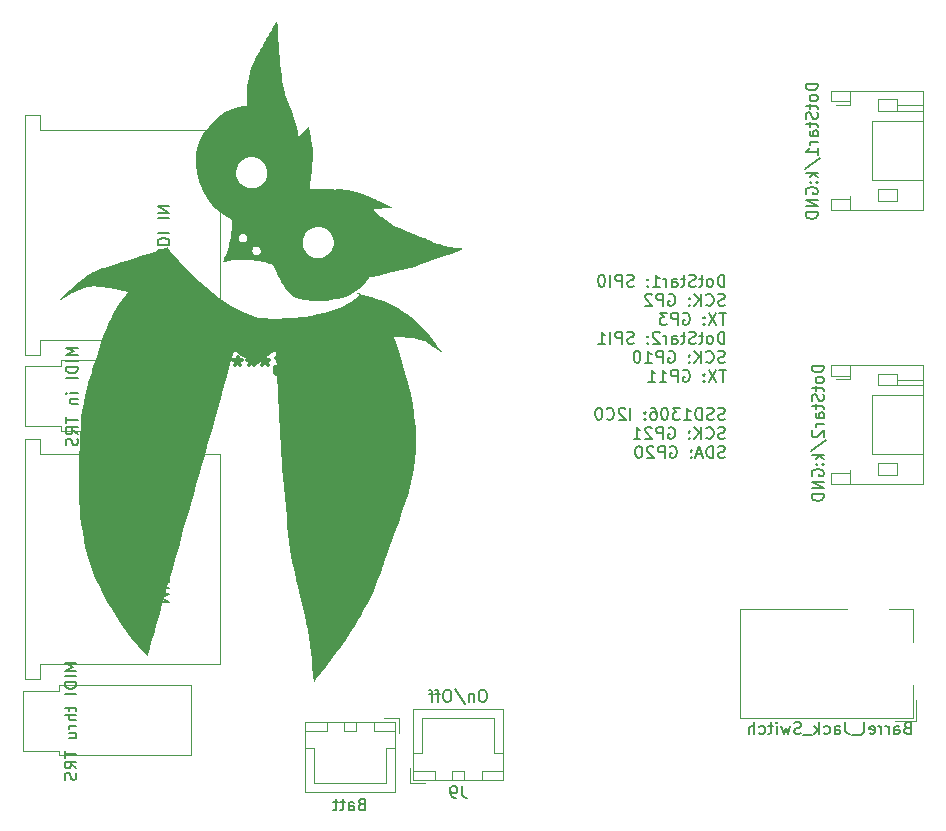
<source format=gbr>
%TF.GenerationSoftware,KiCad,Pcbnew,6.0.11+dfsg-1~bpo11+1*%
%TF.CreationDate,2025-04-08T23:08:16+02:00*%
%TF.ProjectId,v1,76312e6b-6963-4616-945f-706362585858,rev?*%
%TF.SameCoordinates,Original*%
%TF.FileFunction,Legend,Bot*%
%TF.FilePolarity,Positive*%
%FSLAX46Y46*%
G04 Gerber Fmt 4.6, Leading zero omitted, Abs format (unit mm)*
G04 Created by KiCad (PCBNEW 6.0.11+dfsg-1~bpo11+1) date 2025-04-08 23:08:16*
%MOMM*%
%LPD*%
G01*
G04 APERTURE LIST*
%ADD10C,0.150000*%
%ADD11C,0.300000*%
%ADD12C,0.120000*%
G04 APERTURE END LIST*
D10*
X149524404Y-80583380D02*
X149524404Y-79583380D01*
X149286309Y-79583380D01*
X149143452Y-79631000D01*
X149048214Y-79726238D01*
X149000595Y-79821476D01*
X148952976Y-80011952D01*
X148952976Y-80154809D01*
X149000595Y-80345285D01*
X149048214Y-80440523D01*
X149143452Y-80535761D01*
X149286309Y-80583380D01*
X149524404Y-80583380D01*
X148381547Y-80583380D02*
X148476785Y-80535761D01*
X148524404Y-80488142D01*
X148572023Y-80392904D01*
X148572023Y-80107190D01*
X148524404Y-80011952D01*
X148476785Y-79964333D01*
X148381547Y-79916714D01*
X148238690Y-79916714D01*
X148143452Y-79964333D01*
X148095833Y-80011952D01*
X148048214Y-80107190D01*
X148048214Y-80392904D01*
X148095833Y-80488142D01*
X148143452Y-80535761D01*
X148238690Y-80583380D01*
X148381547Y-80583380D01*
X147762500Y-79916714D02*
X147381547Y-79916714D01*
X147619642Y-79583380D02*
X147619642Y-80440523D01*
X147572023Y-80535761D01*
X147476785Y-80583380D01*
X147381547Y-80583380D01*
X147095833Y-80535761D02*
X146952976Y-80583380D01*
X146714880Y-80583380D01*
X146619642Y-80535761D01*
X146572023Y-80488142D01*
X146524404Y-80392904D01*
X146524404Y-80297666D01*
X146572023Y-80202428D01*
X146619642Y-80154809D01*
X146714880Y-80107190D01*
X146905357Y-80059571D01*
X147000595Y-80011952D01*
X147048214Y-79964333D01*
X147095833Y-79869095D01*
X147095833Y-79773857D01*
X147048214Y-79678619D01*
X147000595Y-79631000D01*
X146905357Y-79583380D01*
X146667261Y-79583380D01*
X146524404Y-79631000D01*
X146238690Y-79916714D02*
X145857738Y-79916714D01*
X146095833Y-79583380D02*
X146095833Y-80440523D01*
X146048214Y-80535761D01*
X145952976Y-80583380D01*
X145857738Y-80583380D01*
X145095833Y-80583380D02*
X145095833Y-80059571D01*
X145143452Y-79964333D01*
X145238690Y-79916714D01*
X145429166Y-79916714D01*
X145524404Y-79964333D01*
X145095833Y-80535761D02*
X145191071Y-80583380D01*
X145429166Y-80583380D01*
X145524404Y-80535761D01*
X145572023Y-80440523D01*
X145572023Y-80345285D01*
X145524404Y-80250047D01*
X145429166Y-80202428D01*
X145191071Y-80202428D01*
X145095833Y-80154809D01*
X144619642Y-80583380D02*
X144619642Y-79916714D01*
X144619642Y-80107190D02*
X144572023Y-80011952D01*
X144524404Y-79964333D01*
X144429166Y-79916714D01*
X144333928Y-79916714D01*
X143476785Y-80583380D02*
X144048214Y-80583380D01*
X143762500Y-80583380D02*
X143762500Y-79583380D01*
X143857738Y-79726238D01*
X143952976Y-79821476D01*
X144048214Y-79869095D01*
X143048214Y-80488142D02*
X143000595Y-80535761D01*
X143048214Y-80583380D01*
X143095833Y-80535761D01*
X143048214Y-80488142D01*
X143048214Y-80583380D01*
X143048214Y-79964333D02*
X143000595Y-80011952D01*
X143048214Y-80059571D01*
X143095833Y-80011952D01*
X143048214Y-79964333D01*
X143048214Y-80059571D01*
X141857738Y-80535761D02*
X141714880Y-80583380D01*
X141476785Y-80583380D01*
X141381547Y-80535761D01*
X141333928Y-80488142D01*
X141286309Y-80392904D01*
X141286309Y-80297666D01*
X141333928Y-80202428D01*
X141381547Y-80154809D01*
X141476785Y-80107190D01*
X141667261Y-80059571D01*
X141762500Y-80011952D01*
X141810119Y-79964333D01*
X141857738Y-79869095D01*
X141857738Y-79773857D01*
X141810119Y-79678619D01*
X141762500Y-79631000D01*
X141667261Y-79583380D01*
X141429166Y-79583380D01*
X141286309Y-79631000D01*
X140857738Y-80583380D02*
X140857738Y-79583380D01*
X140476785Y-79583380D01*
X140381547Y-79631000D01*
X140333928Y-79678619D01*
X140286309Y-79773857D01*
X140286309Y-79916714D01*
X140333928Y-80011952D01*
X140381547Y-80059571D01*
X140476785Y-80107190D01*
X140857738Y-80107190D01*
X139857738Y-80583380D02*
X139857738Y-79583380D01*
X139191071Y-79583380D02*
X139095833Y-79583380D01*
X139000595Y-79631000D01*
X138952976Y-79678619D01*
X138905357Y-79773857D01*
X138857738Y-79964333D01*
X138857738Y-80202428D01*
X138905357Y-80392904D01*
X138952976Y-80488142D01*
X139000595Y-80535761D01*
X139095833Y-80583380D01*
X139191071Y-80583380D01*
X139286309Y-80535761D01*
X139333928Y-80488142D01*
X139381547Y-80392904D01*
X139429166Y-80202428D01*
X139429166Y-79964333D01*
X139381547Y-79773857D01*
X139333928Y-79678619D01*
X139286309Y-79631000D01*
X139191071Y-79583380D01*
X149572023Y-82145761D02*
X149429166Y-82193380D01*
X149191071Y-82193380D01*
X149095833Y-82145761D01*
X149048214Y-82098142D01*
X149000595Y-82002904D01*
X149000595Y-81907666D01*
X149048214Y-81812428D01*
X149095833Y-81764809D01*
X149191071Y-81717190D01*
X149381547Y-81669571D01*
X149476785Y-81621952D01*
X149524404Y-81574333D01*
X149572023Y-81479095D01*
X149572023Y-81383857D01*
X149524404Y-81288619D01*
X149476785Y-81241000D01*
X149381547Y-81193380D01*
X149143452Y-81193380D01*
X149000595Y-81241000D01*
X148000595Y-82098142D02*
X148048214Y-82145761D01*
X148191071Y-82193380D01*
X148286309Y-82193380D01*
X148429166Y-82145761D01*
X148524404Y-82050523D01*
X148572023Y-81955285D01*
X148619642Y-81764809D01*
X148619642Y-81621952D01*
X148572023Y-81431476D01*
X148524404Y-81336238D01*
X148429166Y-81241000D01*
X148286309Y-81193380D01*
X148191071Y-81193380D01*
X148048214Y-81241000D01*
X148000595Y-81288619D01*
X147572023Y-82193380D02*
X147572023Y-81193380D01*
X147000595Y-82193380D02*
X147429166Y-81621952D01*
X147000595Y-81193380D02*
X147572023Y-81764809D01*
X146572023Y-82098142D02*
X146524404Y-82145761D01*
X146572023Y-82193380D01*
X146619642Y-82145761D01*
X146572023Y-82098142D01*
X146572023Y-82193380D01*
X146572023Y-81574333D02*
X146524404Y-81621952D01*
X146572023Y-81669571D01*
X146619642Y-81621952D01*
X146572023Y-81574333D01*
X146572023Y-81669571D01*
X144810119Y-81241000D02*
X144905357Y-81193380D01*
X145048214Y-81193380D01*
X145191071Y-81241000D01*
X145286309Y-81336238D01*
X145333928Y-81431476D01*
X145381547Y-81621952D01*
X145381547Y-81764809D01*
X145333928Y-81955285D01*
X145286309Y-82050523D01*
X145191071Y-82145761D01*
X145048214Y-82193380D01*
X144952976Y-82193380D01*
X144810119Y-82145761D01*
X144762500Y-82098142D01*
X144762500Y-81764809D01*
X144952976Y-81764809D01*
X144333928Y-82193380D02*
X144333928Y-81193380D01*
X143952976Y-81193380D01*
X143857738Y-81241000D01*
X143810119Y-81288619D01*
X143762500Y-81383857D01*
X143762500Y-81526714D01*
X143810119Y-81621952D01*
X143857738Y-81669571D01*
X143952976Y-81717190D01*
X144333928Y-81717190D01*
X143381547Y-81288619D02*
X143333928Y-81241000D01*
X143238690Y-81193380D01*
X143000595Y-81193380D01*
X142905357Y-81241000D01*
X142857738Y-81288619D01*
X142810119Y-81383857D01*
X142810119Y-81479095D01*
X142857738Y-81621952D01*
X143429166Y-82193380D01*
X142810119Y-82193380D01*
X149667261Y-82803380D02*
X149095833Y-82803380D01*
X149381547Y-83803380D02*
X149381547Y-82803380D01*
X148857738Y-82803380D02*
X148191071Y-83803380D01*
X148191071Y-82803380D02*
X148857738Y-83803380D01*
X147810119Y-83708142D02*
X147762500Y-83755761D01*
X147810119Y-83803380D01*
X147857738Y-83755761D01*
X147810119Y-83708142D01*
X147810119Y-83803380D01*
X147810119Y-83184333D02*
X147762500Y-83231952D01*
X147810119Y-83279571D01*
X147857738Y-83231952D01*
X147810119Y-83184333D01*
X147810119Y-83279571D01*
X146048214Y-82851000D02*
X146143452Y-82803380D01*
X146286309Y-82803380D01*
X146429166Y-82851000D01*
X146524404Y-82946238D01*
X146572023Y-83041476D01*
X146619642Y-83231952D01*
X146619642Y-83374809D01*
X146572023Y-83565285D01*
X146524404Y-83660523D01*
X146429166Y-83755761D01*
X146286309Y-83803380D01*
X146191071Y-83803380D01*
X146048214Y-83755761D01*
X146000595Y-83708142D01*
X146000595Y-83374809D01*
X146191071Y-83374809D01*
X145572023Y-83803380D02*
X145572023Y-82803380D01*
X145191071Y-82803380D01*
X145095833Y-82851000D01*
X145048214Y-82898619D01*
X145000595Y-82993857D01*
X145000595Y-83136714D01*
X145048214Y-83231952D01*
X145095833Y-83279571D01*
X145191071Y-83327190D01*
X145572023Y-83327190D01*
X144667261Y-82803380D02*
X144048214Y-82803380D01*
X144381547Y-83184333D01*
X144238690Y-83184333D01*
X144143452Y-83231952D01*
X144095833Y-83279571D01*
X144048214Y-83374809D01*
X144048214Y-83612904D01*
X144095833Y-83708142D01*
X144143452Y-83755761D01*
X144238690Y-83803380D01*
X144524404Y-83803380D01*
X144619642Y-83755761D01*
X144667261Y-83708142D01*
X149524404Y-85413380D02*
X149524404Y-84413380D01*
X149286309Y-84413380D01*
X149143452Y-84461000D01*
X149048214Y-84556238D01*
X149000595Y-84651476D01*
X148952976Y-84841952D01*
X148952976Y-84984809D01*
X149000595Y-85175285D01*
X149048214Y-85270523D01*
X149143452Y-85365761D01*
X149286309Y-85413380D01*
X149524404Y-85413380D01*
X148381547Y-85413380D02*
X148476785Y-85365761D01*
X148524404Y-85318142D01*
X148572023Y-85222904D01*
X148572023Y-84937190D01*
X148524404Y-84841952D01*
X148476785Y-84794333D01*
X148381547Y-84746714D01*
X148238690Y-84746714D01*
X148143452Y-84794333D01*
X148095833Y-84841952D01*
X148048214Y-84937190D01*
X148048214Y-85222904D01*
X148095833Y-85318142D01*
X148143452Y-85365761D01*
X148238690Y-85413380D01*
X148381547Y-85413380D01*
X147762500Y-84746714D02*
X147381547Y-84746714D01*
X147619642Y-84413380D02*
X147619642Y-85270523D01*
X147572023Y-85365761D01*
X147476785Y-85413380D01*
X147381547Y-85413380D01*
X147095833Y-85365761D02*
X146952976Y-85413380D01*
X146714880Y-85413380D01*
X146619642Y-85365761D01*
X146572023Y-85318142D01*
X146524404Y-85222904D01*
X146524404Y-85127666D01*
X146572023Y-85032428D01*
X146619642Y-84984809D01*
X146714880Y-84937190D01*
X146905357Y-84889571D01*
X147000595Y-84841952D01*
X147048214Y-84794333D01*
X147095833Y-84699095D01*
X147095833Y-84603857D01*
X147048214Y-84508619D01*
X147000595Y-84461000D01*
X146905357Y-84413380D01*
X146667261Y-84413380D01*
X146524404Y-84461000D01*
X146238690Y-84746714D02*
X145857738Y-84746714D01*
X146095833Y-84413380D02*
X146095833Y-85270523D01*
X146048214Y-85365761D01*
X145952976Y-85413380D01*
X145857738Y-85413380D01*
X145095833Y-85413380D02*
X145095833Y-84889571D01*
X145143452Y-84794333D01*
X145238690Y-84746714D01*
X145429166Y-84746714D01*
X145524404Y-84794333D01*
X145095833Y-85365761D02*
X145191071Y-85413380D01*
X145429166Y-85413380D01*
X145524404Y-85365761D01*
X145572023Y-85270523D01*
X145572023Y-85175285D01*
X145524404Y-85080047D01*
X145429166Y-85032428D01*
X145191071Y-85032428D01*
X145095833Y-84984809D01*
X144619642Y-85413380D02*
X144619642Y-84746714D01*
X144619642Y-84937190D02*
X144572023Y-84841952D01*
X144524404Y-84794333D01*
X144429166Y-84746714D01*
X144333928Y-84746714D01*
X144048214Y-84508619D02*
X144000595Y-84461000D01*
X143905357Y-84413380D01*
X143667261Y-84413380D01*
X143572023Y-84461000D01*
X143524404Y-84508619D01*
X143476785Y-84603857D01*
X143476785Y-84699095D01*
X143524404Y-84841952D01*
X144095833Y-85413380D01*
X143476785Y-85413380D01*
X143048214Y-85318142D02*
X143000595Y-85365761D01*
X143048214Y-85413380D01*
X143095833Y-85365761D01*
X143048214Y-85318142D01*
X143048214Y-85413380D01*
X143048214Y-84794333D02*
X143000595Y-84841952D01*
X143048214Y-84889571D01*
X143095833Y-84841952D01*
X143048214Y-84794333D01*
X143048214Y-84889571D01*
X141857738Y-85365761D02*
X141714880Y-85413380D01*
X141476785Y-85413380D01*
X141381547Y-85365761D01*
X141333928Y-85318142D01*
X141286309Y-85222904D01*
X141286309Y-85127666D01*
X141333928Y-85032428D01*
X141381547Y-84984809D01*
X141476785Y-84937190D01*
X141667261Y-84889571D01*
X141762500Y-84841952D01*
X141810119Y-84794333D01*
X141857738Y-84699095D01*
X141857738Y-84603857D01*
X141810119Y-84508619D01*
X141762500Y-84461000D01*
X141667261Y-84413380D01*
X141429166Y-84413380D01*
X141286309Y-84461000D01*
X140857738Y-85413380D02*
X140857738Y-84413380D01*
X140476785Y-84413380D01*
X140381547Y-84461000D01*
X140333928Y-84508619D01*
X140286309Y-84603857D01*
X140286309Y-84746714D01*
X140333928Y-84841952D01*
X140381547Y-84889571D01*
X140476785Y-84937190D01*
X140857738Y-84937190D01*
X139857738Y-85413380D02*
X139857738Y-84413380D01*
X138857738Y-85413380D02*
X139429166Y-85413380D01*
X139143452Y-85413380D02*
X139143452Y-84413380D01*
X139238690Y-84556238D01*
X139333928Y-84651476D01*
X139429166Y-84699095D01*
X149572023Y-86975761D02*
X149429166Y-87023380D01*
X149191071Y-87023380D01*
X149095833Y-86975761D01*
X149048214Y-86928142D01*
X149000595Y-86832904D01*
X149000595Y-86737666D01*
X149048214Y-86642428D01*
X149095833Y-86594809D01*
X149191071Y-86547190D01*
X149381547Y-86499571D01*
X149476785Y-86451952D01*
X149524404Y-86404333D01*
X149572023Y-86309095D01*
X149572023Y-86213857D01*
X149524404Y-86118619D01*
X149476785Y-86071000D01*
X149381547Y-86023380D01*
X149143452Y-86023380D01*
X149000595Y-86071000D01*
X148000595Y-86928142D02*
X148048214Y-86975761D01*
X148191071Y-87023380D01*
X148286309Y-87023380D01*
X148429166Y-86975761D01*
X148524404Y-86880523D01*
X148572023Y-86785285D01*
X148619642Y-86594809D01*
X148619642Y-86451952D01*
X148572023Y-86261476D01*
X148524404Y-86166238D01*
X148429166Y-86071000D01*
X148286309Y-86023380D01*
X148191071Y-86023380D01*
X148048214Y-86071000D01*
X148000595Y-86118619D01*
X147572023Y-87023380D02*
X147572023Y-86023380D01*
X147000595Y-87023380D02*
X147429166Y-86451952D01*
X147000595Y-86023380D02*
X147572023Y-86594809D01*
X146572023Y-86928142D02*
X146524404Y-86975761D01*
X146572023Y-87023380D01*
X146619642Y-86975761D01*
X146572023Y-86928142D01*
X146572023Y-87023380D01*
X146572023Y-86404333D02*
X146524404Y-86451952D01*
X146572023Y-86499571D01*
X146619642Y-86451952D01*
X146572023Y-86404333D01*
X146572023Y-86499571D01*
X144810119Y-86071000D02*
X144905357Y-86023380D01*
X145048214Y-86023380D01*
X145191071Y-86071000D01*
X145286309Y-86166238D01*
X145333928Y-86261476D01*
X145381547Y-86451952D01*
X145381547Y-86594809D01*
X145333928Y-86785285D01*
X145286309Y-86880523D01*
X145191071Y-86975761D01*
X145048214Y-87023380D01*
X144952976Y-87023380D01*
X144810119Y-86975761D01*
X144762500Y-86928142D01*
X144762500Y-86594809D01*
X144952976Y-86594809D01*
X144333928Y-87023380D02*
X144333928Y-86023380D01*
X143952976Y-86023380D01*
X143857738Y-86071000D01*
X143810119Y-86118619D01*
X143762500Y-86213857D01*
X143762500Y-86356714D01*
X143810119Y-86451952D01*
X143857738Y-86499571D01*
X143952976Y-86547190D01*
X144333928Y-86547190D01*
X142810119Y-87023380D02*
X143381547Y-87023380D01*
X143095833Y-87023380D02*
X143095833Y-86023380D01*
X143191071Y-86166238D01*
X143286309Y-86261476D01*
X143381547Y-86309095D01*
X142191071Y-86023380D02*
X142095833Y-86023380D01*
X142000595Y-86071000D01*
X141952976Y-86118619D01*
X141905357Y-86213857D01*
X141857738Y-86404333D01*
X141857738Y-86642428D01*
X141905357Y-86832904D01*
X141952976Y-86928142D01*
X142000595Y-86975761D01*
X142095833Y-87023380D01*
X142191071Y-87023380D01*
X142286309Y-86975761D01*
X142333928Y-86928142D01*
X142381547Y-86832904D01*
X142429166Y-86642428D01*
X142429166Y-86404333D01*
X142381547Y-86213857D01*
X142333928Y-86118619D01*
X142286309Y-86071000D01*
X142191071Y-86023380D01*
X149667261Y-87633380D02*
X149095833Y-87633380D01*
X149381547Y-88633380D02*
X149381547Y-87633380D01*
X148857738Y-87633380D02*
X148191071Y-88633380D01*
X148191071Y-87633380D02*
X148857738Y-88633380D01*
X147810119Y-88538142D02*
X147762500Y-88585761D01*
X147810119Y-88633380D01*
X147857738Y-88585761D01*
X147810119Y-88538142D01*
X147810119Y-88633380D01*
X147810119Y-88014333D02*
X147762500Y-88061952D01*
X147810119Y-88109571D01*
X147857738Y-88061952D01*
X147810119Y-88014333D01*
X147810119Y-88109571D01*
X146048214Y-87681000D02*
X146143452Y-87633380D01*
X146286309Y-87633380D01*
X146429166Y-87681000D01*
X146524404Y-87776238D01*
X146572023Y-87871476D01*
X146619642Y-88061952D01*
X146619642Y-88204809D01*
X146572023Y-88395285D01*
X146524404Y-88490523D01*
X146429166Y-88585761D01*
X146286309Y-88633380D01*
X146191071Y-88633380D01*
X146048214Y-88585761D01*
X146000595Y-88538142D01*
X146000595Y-88204809D01*
X146191071Y-88204809D01*
X145572023Y-88633380D02*
X145572023Y-87633380D01*
X145191071Y-87633380D01*
X145095833Y-87681000D01*
X145048214Y-87728619D01*
X145000595Y-87823857D01*
X145000595Y-87966714D01*
X145048214Y-88061952D01*
X145095833Y-88109571D01*
X145191071Y-88157190D01*
X145572023Y-88157190D01*
X144048214Y-88633380D02*
X144619642Y-88633380D01*
X144333928Y-88633380D02*
X144333928Y-87633380D01*
X144429166Y-87776238D01*
X144524404Y-87871476D01*
X144619642Y-87919095D01*
X143095833Y-88633380D02*
X143667261Y-88633380D01*
X143381547Y-88633380D02*
X143381547Y-87633380D01*
X143476785Y-87776238D01*
X143572023Y-87871476D01*
X143667261Y-87919095D01*
X149572023Y-91805761D02*
X149429166Y-91853380D01*
X149191071Y-91853380D01*
X149095833Y-91805761D01*
X149048214Y-91758142D01*
X149000595Y-91662904D01*
X149000595Y-91567666D01*
X149048214Y-91472428D01*
X149095833Y-91424809D01*
X149191071Y-91377190D01*
X149381547Y-91329571D01*
X149476785Y-91281952D01*
X149524404Y-91234333D01*
X149572023Y-91139095D01*
X149572023Y-91043857D01*
X149524404Y-90948619D01*
X149476785Y-90901000D01*
X149381547Y-90853380D01*
X149143452Y-90853380D01*
X149000595Y-90901000D01*
X148619642Y-91805761D02*
X148476785Y-91853380D01*
X148238690Y-91853380D01*
X148143452Y-91805761D01*
X148095833Y-91758142D01*
X148048214Y-91662904D01*
X148048214Y-91567666D01*
X148095833Y-91472428D01*
X148143452Y-91424809D01*
X148238690Y-91377190D01*
X148429166Y-91329571D01*
X148524404Y-91281952D01*
X148572023Y-91234333D01*
X148619642Y-91139095D01*
X148619642Y-91043857D01*
X148572023Y-90948619D01*
X148524404Y-90901000D01*
X148429166Y-90853380D01*
X148191071Y-90853380D01*
X148048214Y-90901000D01*
X147619642Y-91853380D02*
X147619642Y-90853380D01*
X147381547Y-90853380D01*
X147238690Y-90901000D01*
X147143452Y-90996238D01*
X147095833Y-91091476D01*
X147048214Y-91281952D01*
X147048214Y-91424809D01*
X147095833Y-91615285D01*
X147143452Y-91710523D01*
X147238690Y-91805761D01*
X147381547Y-91853380D01*
X147619642Y-91853380D01*
X146095833Y-91853380D02*
X146667261Y-91853380D01*
X146381547Y-91853380D02*
X146381547Y-90853380D01*
X146476785Y-90996238D01*
X146572023Y-91091476D01*
X146667261Y-91139095D01*
X145762500Y-90853380D02*
X145143452Y-90853380D01*
X145476785Y-91234333D01*
X145333928Y-91234333D01*
X145238690Y-91281952D01*
X145191071Y-91329571D01*
X145143452Y-91424809D01*
X145143452Y-91662904D01*
X145191071Y-91758142D01*
X145238690Y-91805761D01*
X145333928Y-91853380D01*
X145619642Y-91853380D01*
X145714880Y-91805761D01*
X145762500Y-91758142D01*
X144524404Y-90853380D02*
X144429166Y-90853380D01*
X144333928Y-90901000D01*
X144286309Y-90948619D01*
X144238690Y-91043857D01*
X144191071Y-91234333D01*
X144191071Y-91472428D01*
X144238690Y-91662904D01*
X144286309Y-91758142D01*
X144333928Y-91805761D01*
X144429166Y-91853380D01*
X144524404Y-91853380D01*
X144619642Y-91805761D01*
X144667261Y-91758142D01*
X144714880Y-91662904D01*
X144762500Y-91472428D01*
X144762500Y-91234333D01*
X144714880Y-91043857D01*
X144667261Y-90948619D01*
X144619642Y-90901000D01*
X144524404Y-90853380D01*
X143333928Y-90853380D02*
X143524404Y-90853380D01*
X143619642Y-90901000D01*
X143667261Y-90948619D01*
X143762500Y-91091476D01*
X143810119Y-91281952D01*
X143810119Y-91662904D01*
X143762500Y-91758142D01*
X143714880Y-91805761D01*
X143619642Y-91853380D01*
X143429166Y-91853380D01*
X143333928Y-91805761D01*
X143286309Y-91758142D01*
X143238690Y-91662904D01*
X143238690Y-91424809D01*
X143286309Y-91329571D01*
X143333928Y-91281952D01*
X143429166Y-91234333D01*
X143619642Y-91234333D01*
X143714880Y-91281952D01*
X143762500Y-91329571D01*
X143810119Y-91424809D01*
X142810119Y-91758142D02*
X142762500Y-91805761D01*
X142810119Y-91853380D01*
X142857738Y-91805761D01*
X142810119Y-91758142D01*
X142810119Y-91853380D01*
X142810119Y-91234333D02*
X142762500Y-91281952D01*
X142810119Y-91329571D01*
X142857738Y-91281952D01*
X142810119Y-91234333D01*
X142810119Y-91329571D01*
X141572023Y-91853380D02*
X141572023Y-90853380D01*
X141143452Y-90948619D02*
X141095833Y-90901000D01*
X141000595Y-90853380D01*
X140762500Y-90853380D01*
X140667261Y-90901000D01*
X140619642Y-90948619D01*
X140572023Y-91043857D01*
X140572023Y-91139095D01*
X140619642Y-91281952D01*
X141191071Y-91853380D01*
X140572023Y-91853380D01*
X139572023Y-91758142D02*
X139619642Y-91805761D01*
X139762500Y-91853380D01*
X139857738Y-91853380D01*
X140000595Y-91805761D01*
X140095833Y-91710523D01*
X140143452Y-91615285D01*
X140191071Y-91424809D01*
X140191071Y-91281952D01*
X140143452Y-91091476D01*
X140095833Y-90996238D01*
X140000595Y-90901000D01*
X139857738Y-90853380D01*
X139762500Y-90853380D01*
X139619642Y-90901000D01*
X139572023Y-90948619D01*
X138952976Y-90853380D02*
X138857738Y-90853380D01*
X138762500Y-90901000D01*
X138714880Y-90948619D01*
X138667261Y-91043857D01*
X138619642Y-91234333D01*
X138619642Y-91472428D01*
X138667261Y-91662904D01*
X138714880Y-91758142D01*
X138762500Y-91805761D01*
X138857738Y-91853380D01*
X138952976Y-91853380D01*
X139048214Y-91805761D01*
X139095833Y-91758142D01*
X139143452Y-91662904D01*
X139191071Y-91472428D01*
X139191071Y-91234333D01*
X139143452Y-91043857D01*
X139095833Y-90948619D01*
X139048214Y-90901000D01*
X138952976Y-90853380D01*
X149572023Y-93415761D02*
X149429166Y-93463380D01*
X149191071Y-93463380D01*
X149095833Y-93415761D01*
X149048214Y-93368142D01*
X149000595Y-93272904D01*
X149000595Y-93177666D01*
X149048214Y-93082428D01*
X149095833Y-93034809D01*
X149191071Y-92987190D01*
X149381547Y-92939571D01*
X149476785Y-92891952D01*
X149524404Y-92844333D01*
X149572023Y-92749095D01*
X149572023Y-92653857D01*
X149524404Y-92558619D01*
X149476785Y-92511000D01*
X149381547Y-92463380D01*
X149143452Y-92463380D01*
X149000595Y-92511000D01*
X148000595Y-93368142D02*
X148048214Y-93415761D01*
X148191071Y-93463380D01*
X148286309Y-93463380D01*
X148429166Y-93415761D01*
X148524404Y-93320523D01*
X148572023Y-93225285D01*
X148619642Y-93034809D01*
X148619642Y-92891952D01*
X148572023Y-92701476D01*
X148524404Y-92606238D01*
X148429166Y-92511000D01*
X148286309Y-92463380D01*
X148191071Y-92463380D01*
X148048214Y-92511000D01*
X148000595Y-92558619D01*
X147572023Y-93463380D02*
X147572023Y-92463380D01*
X147000595Y-93463380D02*
X147429166Y-92891952D01*
X147000595Y-92463380D02*
X147572023Y-93034809D01*
X146572023Y-93368142D02*
X146524404Y-93415761D01*
X146572023Y-93463380D01*
X146619642Y-93415761D01*
X146572023Y-93368142D01*
X146572023Y-93463380D01*
X146572023Y-92844333D02*
X146524404Y-92891952D01*
X146572023Y-92939571D01*
X146619642Y-92891952D01*
X146572023Y-92844333D01*
X146572023Y-92939571D01*
X144810119Y-92511000D02*
X144905357Y-92463380D01*
X145048214Y-92463380D01*
X145191071Y-92511000D01*
X145286309Y-92606238D01*
X145333928Y-92701476D01*
X145381547Y-92891952D01*
X145381547Y-93034809D01*
X145333928Y-93225285D01*
X145286309Y-93320523D01*
X145191071Y-93415761D01*
X145048214Y-93463380D01*
X144952976Y-93463380D01*
X144810119Y-93415761D01*
X144762500Y-93368142D01*
X144762500Y-93034809D01*
X144952976Y-93034809D01*
X144333928Y-93463380D02*
X144333928Y-92463380D01*
X143952976Y-92463380D01*
X143857738Y-92511000D01*
X143810119Y-92558619D01*
X143762500Y-92653857D01*
X143762500Y-92796714D01*
X143810119Y-92891952D01*
X143857738Y-92939571D01*
X143952976Y-92987190D01*
X144333928Y-92987190D01*
X143381547Y-92558619D02*
X143333928Y-92511000D01*
X143238690Y-92463380D01*
X143000595Y-92463380D01*
X142905357Y-92511000D01*
X142857738Y-92558619D01*
X142810119Y-92653857D01*
X142810119Y-92749095D01*
X142857738Y-92891952D01*
X143429166Y-93463380D01*
X142810119Y-93463380D01*
X141857738Y-93463380D02*
X142429166Y-93463380D01*
X142143452Y-93463380D02*
X142143452Y-92463380D01*
X142238690Y-92606238D01*
X142333928Y-92701476D01*
X142429166Y-92749095D01*
X149572023Y-95025761D02*
X149429166Y-95073380D01*
X149191071Y-95073380D01*
X149095833Y-95025761D01*
X149048214Y-94978142D01*
X149000595Y-94882904D01*
X149000595Y-94787666D01*
X149048214Y-94692428D01*
X149095833Y-94644809D01*
X149191071Y-94597190D01*
X149381547Y-94549571D01*
X149476785Y-94501952D01*
X149524404Y-94454333D01*
X149572023Y-94359095D01*
X149572023Y-94263857D01*
X149524404Y-94168619D01*
X149476785Y-94121000D01*
X149381547Y-94073380D01*
X149143452Y-94073380D01*
X149000595Y-94121000D01*
X148572023Y-95073380D02*
X148572023Y-94073380D01*
X148333928Y-94073380D01*
X148191071Y-94121000D01*
X148095833Y-94216238D01*
X148048214Y-94311476D01*
X148000595Y-94501952D01*
X148000595Y-94644809D01*
X148048214Y-94835285D01*
X148095833Y-94930523D01*
X148191071Y-95025761D01*
X148333928Y-95073380D01*
X148572023Y-95073380D01*
X147619642Y-94787666D02*
X147143452Y-94787666D01*
X147714880Y-95073380D02*
X147381547Y-94073380D01*
X147048214Y-95073380D01*
X146714880Y-94978142D02*
X146667261Y-95025761D01*
X146714880Y-95073380D01*
X146762500Y-95025761D01*
X146714880Y-94978142D01*
X146714880Y-95073380D01*
X146714880Y-94454333D02*
X146667261Y-94501952D01*
X146714880Y-94549571D01*
X146762500Y-94501952D01*
X146714880Y-94454333D01*
X146714880Y-94549571D01*
X144952976Y-94121000D02*
X145048214Y-94073380D01*
X145191071Y-94073380D01*
X145333928Y-94121000D01*
X145429166Y-94216238D01*
X145476785Y-94311476D01*
X145524404Y-94501952D01*
X145524404Y-94644809D01*
X145476785Y-94835285D01*
X145429166Y-94930523D01*
X145333928Y-95025761D01*
X145191071Y-95073380D01*
X145095833Y-95073380D01*
X144952976Y-95025761D01*
X144905357Y-94978142D01*
X144905357Y-94644809D01*
X145095833Y-94644809D01*
X144476785Y-95073380D02*
X144476785Y-94073380D01*
X144095833Y-94073380D01*
X144000595Y-94121000D01*
X143952976Y-94168619D01*
X143905357Y-94263857D01*
X143905357Y-94406714D01*
X143952976Y-94501952D01*
X144000595Y-94549571D01*
X144095833Y-94597190D01*
X144476785Y-94597190D01*
X143524404Y-94168619D02*
X143476785Y-94121000D01*
X143381547Y-94073380D01*
X143143452Y-94073380D01*
X143048214Y-94121000D01*
X143000595Y-94168619D01*
X142952976Y-94263857D01*
X142952976Y-94359095D01*
X143000595Y-94501952D01*
X143572023Y-95073380D01*
X142952976Y-95073380D01*
X142333928Y-94073380D02*
X142238690Y-94073380D01*
X142143452Y-94121000D01*
X142095833Y-94168619D01*
X142048214Y-94263857D01*
X142000595Y-94454333D01*
X142000595Y-94692428D01*
X142048214Y-94882904D01*
X142095833Y-94978142D01*
X142143452Y-95025761D01*
X142238690Y-95073380D01*
X142333928Y-95073380D01*
X142429166Y-95025761D01*
X142476785Y-94978142D01*
X142524404Y-94882904D01*
X142572023Y-94692428D01*
X142572023Y-94454333D01*
X142524404Y-94263857D01*
X142476785Y-94168619D01*
X142429166Y-94121000D01*
X142333928Y-94073380D01*
%TO.C,J9*%
X127333333Y-122873380D02*
X127333333Y-123587666D01*
X127380952Y-123730523D01*
X127476190Y-123825761D01*
X127619047Y-123873380D01*
X127714285Y-123873380D01*
X126809523Y-123873380D02*
X126619047Y-123873380D01*
X126523809Y-123825761D01*
X126476190Y-123778142D01*
X126380952Y-123635285D01*
X126333333Y-123444809D01*
X126333333Y-123063857D01*
X126380952Y-122968619D01*
X126428571Y-122921000D01*
X126523809Y-122873380D01*
X126714285Y-122873380D01*
X126809523Y-122921000D01*
X126857142Y-122968619D01*
X126904761Y-123063857D01*
X126904761Y-123301952D01*
X126857142Y-123397190D01*
X126809523Y-123444809D01*
X126714285Y-123492428D01*
X126523809Y-123492428D01*
X126428571Y-123444809D01*
X126380952Y-123397190D01*
X126333333Y-123301952D01*
X129166666Y-114723380D02*
X128976190Y-114723380D01*
X128880952Y-114771000D01*
X128785714Y-114866238D01*
X128738095Y-115056714D01*
X128738095Y-115390047D01*
X128785714Y-115580523D01*
X128880952Y-115675761D01*
X128976190Y-115723380D01*
X129166666Y-115723380D01*
X129261904Y-115675761D01*
X129357142Y-115580523D01*
X129404761Y-115390047D01*
X129404761Y-115056714D01*
X129357142Y-114866238D01*
X129261904Y-114771000D01*
X129166666Y-114723380D01*
X128309523Y-115056714D02*
X128309523Y-115723380D01*
X128309523Y-115151952D02*
X128261904Y-115104333D01*
X128166666Y-115056714D01*
X128023809Y-115056714D01*
X127928571Y-115104333D01*
X127880952Y-115199571D01*
X127880952Y-115723380D01*
X126690476Y-114675761D02*
X127547619Y-115961476D01*
X126166666Y-114723380D02*
X125976190Y-114723380D01*
X125880952Y-114771000D01*
X125785714Y-114866238D01*
X125738095Y-115056714D01*
X125738095Y-115390047D01*
X125785714Y-115580523D01*
X125880952Y-115675761D01*
X125976190Y-115723380D01*
X126166666Y-115723380D01*
X126261904Y-115675761D01*
X126357142Y-115580523D01*
X126404761Y-115390047D01*
X126404761Y-115056714D01*
X126357142Y-114866238D01*
X126261904Y-114771000D01*
X126166666Y-114723380D01*
X125452380Y-115056714D02*
X125071428Y-115056714D01*
X125309523Y-115723380D02*
X125309523Y-114866238D01*
X125261904Y-114771000D01*
X125166666Y-114723380D01*
X125071428Y-114723380D01*
X124880952Y-115056714D02*
X124500000Y-115056714D01*
X124738095Y-115723380D02*
X124738095Y-114866238D01*
X124690476Y-114771000D01*
X124595238Y-114723380D01*
X124500000Y-114723380D01*
%TO.C,J6*%
X157424380Y-63397523D02*
X156424380Y-63397523D01*
X156424380Y-63635619D01*
X156472000Y-63778476D01*
X156567238Y-63873714D01*
X156662476Y-63921333D01*
X156852952Y-63968952D01*
X156995809Y-63968952D01*
X157186285Y-63921333D01*
X157281523Y-63873714D01*
X157376761Y-63778476D01*
X157424380Y-63635619D01*
X157424380Y-63397523D01*
X157424380Y-64540380D02*
X157376761Y-64445142D01*
X157329142Y-64397523D01*
X157233904Y-64349904D01*
X156948190Y-64349904D01*
X156852952Y-64397523D01*
X156805333Y-64445142D01*
X156757714Y-64540380D01*
X156757714Y-64683238D01*
X156805333Y-64778476D01*
X156852952Y-64826095D01*
X156948190Y-64873714D01*
X157233904Y-64873714D01*
X157329142Y-64826095D01*
X157376761Y-64778476D01*
X157424380Y-64683238D01*
X157424380Y-64540380D01*
X156757714Y-65159428D02*
X156757714Y-65540380D01*
X156424380Y-65302285D02*
X157281523Y-65302285D01*
X157376761Y-65349904D01*
X157424380Y-65445142D01*
X157424380Y-65540380D01*
X157376761Y-65826095D02*
X157424380Y-65968952D01*
X157424380Y-66207047D01*
X157376761Y-66302285D01*
X157329142Y-66349904D01*
X157233904Y-66397523D01*
X157138666Y-66397523D01*
X157043428Y-66349904D01*
X156995809Y-66302285D01*
X156948190Y-66207047D01*
X156900571Y-66016571D01*
X156852952Y-65921333D01*
X156805333Y-65873714D01*
X156710095Y-65826095D01*
X156614857Y-65826095D01*
X156519619Y-65873714D01*
X156472000Y-65921333D01*
X156424380Y-66016571D01*
X156424380Y-66254666D01*
X156472000Y-66397523D01*
X156757714Y-66683238D02*
X156757714Y-67064190D01*
X156424380Y-66826095D02*
X157281523Y-66826095D01*
X157376761Y-66873714D01*
X157424380Y-66968952D01*
X157424380Y-67064190D01*
X157424380Y-67826095D02*
X156900571Y-67826095D01*
X156805333Y-67778476D01*
X156757714Y-67683238D01*
X156757714Y-67492761D01*
X156805333Y-67397523D01*
X157376761Y-67826095D02*
X157424380Y-67730857D01*
X157424380Y-67492761D01*
X157376761Y-67397523D01*
X157281523Y-67349904D01*
X157186285Y-67349904D01*
X157091047Y-67397523D01*
X157043428Y-67492761D01*
X157043428Y-67730857D01*
X156995809Y-67826095D01*
X157424380Y-68302285D02*
X156757714Y-68302285D01*
X156948190Y-68302285D02*
X156852952Y-68349904D01*
X156805333Y-68397523D01*
X156757714Y-68492761D01*
X156757714Y-68588000D01*
X157424380Y-69445142D02*
X157424380Y-68873714D01*
X157424380Y-69159428D02*
X156424380Y-69159428D01*
X156567238Y-69064190D01*
X156662476Y-68968952D01*
X156710095Y-68873714D01*
X156376761Y-70588000D02*
X157662476Y-69730857D01*
X157424380Y-70921333D02*
X156424380Y-70921333D01*
X157043428Y-71016571D02*
X157424380Y-71302285D01*
X156757714Y-71302285D02*
X157138666Y-70921333D01*
X157329142Y-71730857D02*
X157376761Y-71778476D01*
X157424380Y-71730857D01*
X157376761Y-71683238D01*
X157329142Y-71730857D01*
X157424380Y-71730857D01*
X156805333Y-71730857D02*
X156852952Y-71778476D01*
X156900571Y-71730857D01*
X156852952Y-71683238D01*
X156805333Y-71730857D01*
X156900571Y-71730857D01*
X156472000Y-72730857D02*
X156424380Y-72635619D01*
X156424380Y-72492761D01*
X156472000Y-72349904D01*
X156567238Y-72254666D01*
X156662476Y-72207047D01*
X156852952Y-72159428D01*
X156995809Y-72159428D01*
X157186285Y-72207047D01*
X157281523Y-72254666D01*
X157376761Y-72349904D01*
X157424380Y-72492761D01*
X157424380Y-72588000D01*
X157376761Y-72730857D01*
X157329142Y-72778476D01*
X156995809Y-72778476D01*
X156995809Y-72588000D01*
X157424380Y-73207047D02*
X156424380Y-73207047D01*
X157424380Y-73778476D01*
X156424380Y-73778476D01*
X157424380Y-74254666D02*
X156424380Y-74254666D01*
X156424380Y-74492761D01*
X156472000Y-74635619D01*
X156567238Y-74730857D01*
X156662476Y-74778476D01*
X156852952Y-74826095D01*
X156995809Y-74826095D01*
X157186285Y-74778476D01*
X157281523Y-74730857D01*
X157376761Y-74635619D01*
X157424380Y-74492761D01*
X157424380Y-74254666D01*
%TO.C,J7*%
X157932380Y-87273523D02*
X156932380Y-87273523D01*
X156932380Y-87511619D01*
X156980000Y-87654476D01*
X157075238Y-87749714D01*
X157170476Y-87797333D01*
X157360952Y-87844952D01*
X157503809Y-87844952D01*
X157694285Y-87797333D01*
X157789523Y-87749714D01*
X157884761Y-87654476D01*
X157932380Y-87511619D01*
X157932380Y-87273523D01*
X157932380Y-88416380D02*
X157884761Y-88321142D01*
X157837142Y-88273523D01*
X157741904Y-88225904D01*
X157456190Y-88225904D01*
X157360952Y-88273523D01*
X157313333Y-88321142D01*
X157265714Y-88416380D01*
X157265714Y-88559238D01*
X157313333Y-88654476D01*
X157360952Y-88702095D01*
X157456190Y-88749714D01*
X157741904Y-88749714D01*
X157837142Y-88702095D01*
X157884761Y-88654476D01*
X157932380Y-88559238D01*
X157932380Y-88416380D01*
X157265714Y-89035428D02*
X157265714Y-89416380D01*
X156932380Y-89178285D02*
X157789523Y-89178285D01*
X157884761Y-89225904D01*
X157932380Y-89321142D01*
X157932380Y-89416380D01*
X157884761Y-89702095D02*
X157932380Y-89844952D01*
X157932380Y-90083047D01*
X157884761Y-90178285D01*
X157837142Y-90225904D01*
X157741904Y-90273523D01*
X157646666Y-90273523D01*
X157551428Y-90225904D01*
X157503809Y-90178285D01*
X157456190Y-90083047D01*
X157408571Y-89892571D01*
X157360952Y-89797333D01*
X157313333Y-89749714D01*
X157218095Y-89702095D01*
X157122857Y-89702095D01*
X157027619Y-89749714D01*
X156980000Y-89797333D01*
X156932380Y-89892571D01*
X156932380Y-90130666D01*
X156980000Y-90273523D01*
X157265714Y-90559238D02*
X157265714Y-90940190D01*
X156932380Y-90702095D02*
X157789523Y-90702095D01*
X157884761Y-90749714D01*
X157932380Y-90844952D01*
X157932380Y-90940190D01*
X157932380Y-91702095D02*
X157408571Y-91702095D01*
X157313333Y-91654476D01*
X157265714Y-91559238D01*
X157265714Y-91368761D01*
X157313333Y-91273523D01*
X157884761Y-91702095D02*
X157932380Y-91606857D01*
X157932380Y-91368761D01*
X157884761Y-91273523D01*
X157789523Y-91225904D01*
X157694285Y-91225904D01*
X157599047Y-91273523D01*
X157551428Y-91368761D01*
X157551428Y-91606857D01*
X157503809Y-91702095D01*
X157932380Y-92178285D02*
X157265714Y-92178285D01*
X157456190Y-92178285D02*
X157360952Y-92225904D01*
X157313333Y-92273523D01*
X157265714Y-92368761D01*
X157265714Y-92464000D01*
X157027619Y-92749714D02*
X156980000Y-92797333D01*
X156932380Y-92892571D01*
X156932380Y-93130666D01*
X156980000Y-93225904D01*
X157027619Y-93273523D01*
X157122857Y-93321142D01*
X157218095Y-93321142D01*
X157360952Y-93273523D01*
X157932380Y-92702095D01*
X157932380Y-93321142D01*
X156884761Y-94464000D02*
X158170476Y-93606857D01*
X157932380Y-94797333D02*
X156932380Y-94797333D01*
X157551428Y-94892571D02*
X157932380Y-95178285D01*
X157265714Y-95178285D02*
X157646666Y-94797333D01*
X157837142Y-95606857D02*
X157884761Y-95654476D01*
X157932380Y-95606857D01*
X157884761Y-95559238D01*
X157837142Y-95606857D01*
X157932380Y-95606857D01*
X157313333Y-95606857D02*
X157360952Y-95654476D01*
X157408571Y-95606857D01*
X157360952Y-95559238D01*
X157313333Y-95606857D01*
X157408571Y-95606857D01*
X156980000Y-96606857D02*
X156932380Y-96511619D01*
X156932380Y-96368761D01*
X156980000Y-96225904D01*
X157075238Y-96130666D01*
X157170476Y-96083047D01*
X157360952Y-96035428D01*
X157503809Y-96035428D01*
X157694285Y-96083047D01*
X157789523Y-96130666D01*
X157884761Y-96225904D01*
X157932380Y-96368761D01*
X157932380Y-96464000D01*
X157884761Y-96606857D01*
X157837142Y-96654476D01*
X157503809Y-96654476D01*
X157503809Y-96464000D01*
X157932380Y-97083047D02*
X156932380Y-97083047D01*
X157932380Y-97654476D01*
X156932380Y-97654476D01*
X157932380Y-98130666D02*
X156932380Y-98130666D01*
X156932380Y-98368761D01*
X156980000Y-98511619D01*
X157075238Y-98606857D01*
X157170476Y-98654476D01*
X157360952Y-98702095D01*
X157503809Y-98702095D01*
X157694285Y-98654476D01*
X157789523Y-98606857D01*
X157884761Y-98511619D01*
X157932380Y-98368761D01*
X157932380Y-98130666D01*
%TO.C,J2*%
X101544619Y-78652380D02*
X102544619Y-78652380D01*
X101830333Y-78319047D01*
X102544619Y-77985714D01*
X101544619Y-77985714D01*
X101544619Y-77509523D02*
X102544619Y-77509523D01*
X101544619Y-77033333D02*
X102544619Y-77033333D01*
X102544619Y-76795238D01*
X102497000Y-76652380D01*
X102401761Y-76557142D01*
X102306523Y-76509523D01*
X102116047Y-76461904D01*
X101973190Y-76461904D01*
X101782714Y-76509523D01*
X101687476Y-76557142D01*
X101592238Y-76652380D01*
X101544619Y-76795238D01*
X101544619Y-77033333D01*
X101544619Y-76033333D02*
X102544619Y-76033333D01*
X101544619Y-74795238D02*
X102544619Y-74795238D01*
X101544619Y-74319047D02*
X102544619Y-74319047D01*
X101544619Y-73747619D01*
X102544619Y-73747619D01*
D11*
%TO.C,G\u002A\u002A\u002A*%
X111578571Y-86614000D02*
X111723714Y-86541428D01*
X111941428Y-86541428D01*
X112159142Y-86614000D01*
X112304285Y-86759142D01*
X112376857Y-86904285D01*
X112449428Y-87194571D01*
X112449428Y-87412285D01*
X112376857Y-87702571D01*
X112304285Y-87847714D01*
X112159142Y-87992857D01*
X111941428Y-88065428D01*
X111796285Y-88065428D01*
X111578571Y-87992857D01*
X111506000Y-87920285D01*
X111506000Y-87412285D01*
X111796285Y-87412285D01*
X110635142Y-86541428D02*
X110635142Y-86904285D01*
X110998000Y-86759142D02*
X110635142Y-86904285D01*
X110272285Y-86759142D01*
X110852857Y-87194571D02*
X110635142Y-86904285D01*
X110417428Y-87194571D01*
X109474000Y-86541428D02*
X109474000Y-86904285D01*
X109836857Y-86759142D02*
X109474000Y-86904285D01*
X109111142Y-86759142D01*
X109691714Y-87194571D02*
X109474000Y-86904285D01*
X109256285Y-87194571D01*
X108312857Y-86541428D02*
X108312857Y-86904285D01*
X108675714Y-86759142D02*
X108312857Y-86904285D01*
X107950000Y-86759142D01*
X108530571Y-87194571D02*
X108312857Y-86904285D01*
X108095142Y-87194571D01*
D10*
%TO.C,J3*%
X101544619Y-107251047D02*
X102544619Y-107251047D01*
X101830333Y-106917714D01*
X102544619Y-106584380D01*
X101544619Y-106584380D01*
X101544619Y-106108190D02*
X102544619Y-106108190D01*
X101544619Y-105632000D02*
X102544619Y-105632000D01*
X102544619Y-105393904D01*
X102497000Y-105251047D01*
X102401761Y-105155809D01*
X102306523Y-105108190D01*
X102116047Y-105060571D01*
X101973190Y-105060571D01*
X101782714Y-105108190D01*
X101687476Y-105155809D01*
X101592238Y-105251047D01*
X101544619Y-105393904D01*
X101544619Y-105632000D01*
X101544619Y-104632000D02*
X102544619Y-104632000D01*
X102544619Y-103536761D02*
X102544619Y-102965333D01*
X101544619Y-103251047D02*
X102544619Y-103251047D01*
X101544619Y-102632000D02*
X102544619Y-102632000D01*
X102068428Y-102632000D02*
X102068428Y-102060571D01*
X101544619Y-102060571D02*
X102544619Y-102060571D01*
X101544619Y-101012952D02*
X102020809Y-101346285D01*
X101544619Y-101584380D02*
X102544619Y-101584380D01*
X102544619Y-101203428D01*
X102497000Y-101108190D01*
X102449380Y-101060571D01*
X102354142Y-101012952D01*
X102211285Y-101012952D01*
X102116047Y-101060571D01*
X102068428Y-101108190D01*
X102020809Y-101203428D01*
X102020809Y-101584380D01*
X102544619Y-100584380D02*
X101735095Y-100584380D01*
X101639857Y-100536761D01*
X101592238Y-100489142D01*
X101544619Y-100393904D01*
X101544619Y-100203428D01*
X101592238Y-100108190D01*
X101639857Y-100060571D01*
X101735095Y-100012952D01*
X102544619Y-100012952D01*
%TO.C,J4*%
X94672380Y-112419428D02*
X93672380Y-112419428D01*
X94386666Y-112752761D01*
X93672380Y-113086095D01*
X94672380Y-113086095D01*
X94672380Y-113562285D02*
X93672380Y-113562285D01*
X94672380Y-114038476D02*
X93672380Y-114038476D01*
X93672380Y-114276571D01*
X93720000Y-114419428D01*
X93815238Y-114514666D01*
X93910476Y-114562285D01*
X94100952Y-114609904D01*
X94243809Y-114609904D01*
X94434285Y-114562285D01*
X94529523Y-114514666D01*
X94624761Y-114419428D01*
X94672380Y-114276571D01*
X94672380Y-114038476D01*
X94672380Y-115038476D02*
X93672380Y-115038476D01*
X94005714Y-116133714D02*
X94005714Y-116514666D01*
X93672380Y-116276571D02*
X94529523Y-116276571D01*
X94624761Y-116324190D01*
X94672380Y-116419428D01*
X94672380Y-116514666D01*
X94672380Y-116848000D02*
X93672380Y-116848000D01*
X94672380Y-117276571D02*
X94148571Y-117276571D01*
X94053333Y-117228952D01*
X94005714Y-117133714D01*
X94005714Y-116990857D01*
X94053333Y-116895619D01*
X94100952Y-116848000D01*
X94672380Y-117752761D02*
X94005714Y-117752761D01*
X94196190Y-117752761D02*
X94100952Y-117800380D01*
X94053333Y-117848000D01*
X94005714Y-117943238D01*
X94005714Y-118038476D01*
X94005714Y-118800380D02*
X94672380Y-118800380D01*
X94005714Y-118371809D02*
X94529523Y-118371809D01*
X94624761Y-118419428D01*
X94672380Y-118514666D01*
X94672380Y-118657523D01*
X94624761Y-118752761D01*
X94577142Y-118800380D01*
X93672380Y-119895619D02*
X93672380Y-120467047D01*
X94672380Y-120181333D02*
X93672380Y-120181333D01*
X94672380Y-121371809D02*
X94196190Y-121038476D01*
X94672380Y-120800380D02*
X93672380Y-120800380D01*
X93672380Y-121181333D01*
X93720000Y-121276571D01*
X93767619Y-121324190D01*
X93862857Y-121371809D01*
X94005714Y-121371809D01*
X94100952Y-121324190D01*
X94148571Y-121276571D01*
X94196190Y-121181333D01*
X94196190Y-120800380D01*
X94624761Y-121752761D02*
X94672380Y-121895619D01*
X94672380Y-122133714D01*
X94624761Y-122228952D01*
X94577142Y-122276571D01*
X94481904Y-122324190D01*
X94386666Y-122324190D01*
X94291428Y-122276571D01*
X94243809Y-122228952D01*
X94196190Y-122133714D01*
X94148571Y-121943238D01*
X94100952Y-121848000D01*
X94053333Y-121800380D01*
X93958095Y-121752761D01*
X93862857Y-121752761D01*
X93767619Y-121800380D01*
X93720000Y-121848000D01*
X93672380Y-121943238D01*
X93672380Y-122181333D01*
X93720000Y-122324190D01*
%TO.C,J8*%
X165019809Y-117938571D02*
X164876952Y-117986190D01*
X164829333Y-118033809D01*
X164781714Y-118129047D01*
X164781714Y-118271904D01*
X164829333Y-118367142D01*
X164876952Y-118414761D01*
X164972190Y-118462380D01*
X165353142Y-118462380D01*
X165353142Y-117462380D01*
X165019809Y-117462380D01*
X164924571Y-117510000D01*
X164876952Y-117557619D01*
X164829333Y-117652857D01*
X164829333Y-117748095D01*
X164876952Y-117843333D01*
X164924571Y-117890952D01*
X165019809Y-117938571D01*
X165353142Y-117938571D01*
X163924571Y-118462380D02*
X163924571Y-117938571D01*
X163972190Y-117843333D01*
X164067428Y-117795714D01*
X164257904Y-117795714D01*
X164353142Y-117843333D01*
X163924571Y-118414761D02*
X164019809Y-118462380D01*
X164257904Y-118462380D01*
X164353142Y-118414761D01*
X164400761Y-118319523D01*
X164400761Y-118224285D01*
X164353142Y-118129047D01*
X164257904Y-118081428D01*
X164019809Y-118081428D01*
X163924571Y-118033809D01*
X163448380Y-118462380D02*
X163448380Y-117795714D01*
X163448380Y-117986190D02*
X163400761Y-117890952D01*
X163353142Y-117843333D01*
X163257904Y-117795714D01*
X163162666Y-117795714D01*
X162829333Y-118462380D02*
X162829333Y-117795714D01*
X162829333Y-117986190D02*
X162781714Y-117890952D01*
X162734095Y-117843333D01*
X162638857Y-117795714D01*
X162543619Y-117795714D01*
X161829333Y-118414761D02*
X161924571Y-118462380D01*
X162115047Y-118462380D01*
X162210285Y-118414761D01*
X162257904Y-118319523D01*
X162257904Y-117938571D01*
X162210285Y-117843333D01*
X162115047Y-117795714D01*
X161924571Y-117795714D01*
X161829333Y-117843333D01*
X161781714Y-117938571D01*
X161781714Y-118033809D01*
X162257904Y-118129047D01*
X161210285Y-118462380D02*
X161305523Y-118414761D01*
X161353142Y-118319523D01*
X161353142Y-117462380D01*
X161067428Y-118557619D02*
X160305523Y-118557619D01*
X159781714Y-117462380D02*
X159781714Y-118176666D01*
X159829333Y-118319523D01*
X159924571Y-118414761D01*
X160067428Y-118462380D01*
X160162666Y-118462380D01*
X158876952Y-118462380D02*
X158876952Y-117938571D01*
X158924571Y-117843333D01*
X159019809Y-117795714D01*
X159210285Y-117795714D01*
X159305523Y-117843333D01*
X158876952Y-118414761D02*
X158972190Y-118462380D01*
X159210285Y-118462380D01*
X159305523Y-118414761D01*
X159353142Y-118319523D01*
X159353142Y-118224285D01*
X159305523Y-118129047D01*
X159210285Y-118081428D01*
X158972190Y-118081428D01*
X158876952Y-118033809D01*
X157972190Y-118414761D02*
X158067428Y-118462380D01*
X158257904Y-118462380D01*
X158353142Y-118414761D01*
X158400761Y-118367142D01*
X158448380Y-118271904D01*
X158448380Y-117986190D01*
X158400761Y-117890952D01*
X158353142Y-117843333D01*
X158257904Y-117795714D01*
X158067428Y-117795714D01*
X157972190Y-117843333D01*
X157543619Y-118462380D02*
X157543619Y-117462380D01*
X157448380Y-118081428D02*
X157162666Y-118462380D01*
X157162666Y-117795714D02*
X157543619Y-118176666D01*
X156972190Y-118557619D02*
X156210285Y-118557619D01*
X156019809Y-118414761D02*
X155876952Y-118462380D01*
X155638857Y-118462380D01*
X155543619Y-118414761D01*
X155496000Y-118367142D01*
X155448380Y-118271904D01*
X155448380Y-118176666D01*
X155496000Y-118081428D01*
X155543619Y-118033809D01*
X155638857Y-117986190D01*
X155829333Y-117938571D01*
X155924571Y-117890952D01*
X155972190Y-117843333D01*
X156019809Y-117748095D01*
X156019809Y-117652857D01*
X155972190Y-117557619D01*
X155924571Y-117510000D01*
X155829333Y-117462380D01*
X155591238Y-117462380D01*
X155448380Y-117510000D01*
X155115047Y-117795714D02*
X154924571Y-118462380D01*
X154734095Y-117986190D01*
X154543619Y-118462380D01*
X154353142Y-117795714D01*
X153972190Y-118462380D02*
X153972190Y-117795714D01*
X153972190Y-117462380D02*
X154019809Y-117510000D01*
X153972190Y-117557619D01*
X153924571Y-117510000D01*
X153972190Y-117462380D01*
X153972190Y-117557619D01*
X153638857Y-117795714D02*
X153257904Y-117795714D01*
X153496000Y-117462380D02*
X153496000Y-118319523D01*
X153448380Y-118414761D01*
X153353142Y-118462380D01*
X153257904Y-118462380D01*
X152496000Y-118414761D02*
X152591238Y-118462380D01*
X152781714Y-118462380D01*
X152876952Y-118414761D01*
X152924571Y-118367142D01*
X152972190Y-118271904D01*
X152972190Y-117986190D01*
X152924571Y-117890952D01*
X152876952Y-117843333D01*
X152781714Y-117795714D01*
X152591238Y-117795714D01*
X152496000Y-117843333D01*
X152067428Y-118462380D02*
X152067428Y-117462380D01*
X151638857Y-118462380D02*
X151638857Y-117938571D01*
X151686476Y-117843333D01*
X151781714Y-117795714D01*
X151924571Y-117795714D01*
X152019809Y-117843333D01*
X152067428Y-117890952D01*
%TO.C,J1*%
X94785380Y-85739452D02*
X93785380Y-85739452D01*
X94499666Y-86072785D01*
X93785380Y-86406119D01*
X94785380Y-86406119D01*
X94785380Y-86882309D02*
X93785380Y-86882309D01*
X94785380Y-87358500D02*
X93785380Y-87358500D01*
X93785380Y-87596595D01*
X93833000Y-87739452D01*
X93928238Y-87834690D01*
X94023476Y-87882309D01*
X94213952Y-87929928D01*
X94356809Y-87929928D01*
X94547285Y-87882309D01*
X94642523Y-87834690D01*
X94737761Y-87739452D01*
X94785380Y-87596595D01*
X94785380Y-87358500D01*
X94785380Y-88358500D02*
X93785380Y-88358500D01*
X94785380Y-89596595D02*
X94118714Y-89596595D01*
X93785380Y-89596595D02*
X93833000Y-89548976D01*
X93880619Y-89596595D01*
X93833000Y-89644214D01*
X93785380Y-89596595D01*
X93880619Y-89596595D01*
X94118714Y-90072785D02*
X94785380Y-90072785D01*
X94213952Y-90072785D02*
X94166333Y-90120404D01*
X94118714Y-90215642D01*
X94118714Y-90358500D01*
X94166333Y-90453738D01*
X94261571Y-90501357D01*
X94785380Y-90501357D01*
X93785380Y-91596595D02*
X93785380Y-92168023D01*
X94785380Y-91882309D02*
X93785380Y-91882309D01*
X94785380Y-93072785D02*
X94309190Y-92739452D01*
X94785380Y-92501357D02*
X93785380Y-92501357D01*
X93785380Y-92882309D01*
X93833000Y-92977547D01*
X93880619Y-93025166D01*
X93975857Y-93072785D01*
X94118714Y-93072785D01*
X94213952Y-93025166D01*
X94261571Y-92977547D01*
X94309190Y-92882309D01*
X94309190Y-92501357D01*
X94737761Y-93453738D02*
X94785380Y-93596595D01*
X94785380Y-93834690D01*
X94737761Y-93929928D01*
X94690142Y-93977547D01*
X94594904Y-94025166D01*
X94499666Y-94025166D01*
X94404428Y-93977547D01*
X94356809Y-93929928D01*
X94309190Y-93834690D01*
X94261571Y-93644214D01*
X94213952Y-93548976D01*
X94166333Y-93501357D01*
X94071095Y-93453738D01*
X93975857Y-93453738D01*
X93880619Y-93501357D01*
X93833000Y-93548976D01*
X93785380Y-93644214D01*
X93785380Y-93882309D01*
X93833000Y-94025166D01*
%TO.C,J10*%
X118808380Y-124399571D02*
X118665523Y-124447190D01*
X118617904Y-124494809D01*
X118570285Y-124590047D01*
X118570285Y-124732904D01*
X118617904Y-124828142D01*
X118665523Y-124875761D01*
X118760761Y-124923380D01*
X119141714Y-124923380D01*
X119141714Y-123923380D01*
X118808380Y-123923380D01*
X118713142Y-123971000D01*
X118665523Y-124018619D01*
X118617904Y-124113857D01*
X118617904Y-124209095D01*
X118665523Y-124304333D01*
X118713142Y-124351952D01*
X118808380Y-124399571D01*
X119141714Y-124399571D01*
X117713142Y-124923380D02*
X117713142Y-124399571D01*
X117760761Y-124304333D01*
X117856000Y-124256714D01*
X118046476Y-124256714D01*
X118141714Y-124304333D01*
X117713142Y-124875761D02*
X117808380Y-124923380D01*
X118046476Y-124923380D01*
X118141714Y-124875761D01*
X118189333Y-124780523D01*
X118189333Y-124685285D01*
X118141714Y-124590047D01*
X118046476Y-124542428D01*
X117808380Y-124542428D01*
X117713142Y-124494809D01*
X117379809Y-124256714D02*
X116998857Y-124256714D01*
X117236952Y-123923380D02*
X117236952Y-124780523D01*
X117189333Y-124875761D01*
X117094095Y-124923380D01*
X116998857Y-124923380D01*
X116808380Y-124256714D02*
X116427428Y-124256714D01*
X116665523Y-123923380D02*
X116665523Y-124780523D01*
X116617904Y-124875761D01*
X116522666Y-124923380D01*
X116427428Y-124923380D01*
D12*
%TO.C,J9*%
X129000000Y-121571000D02*
X130800000Y-121571000D01*
X130800000Y-122321000D02*
X129000000Y-122321000D01*
X127500000Y-121571000D02*
X127500000Y-122321000D01*
X125000000Y-122321000D02*
X123200000Y-122321000D01*
X130800000Y-120071000D02*
X130050000Y-120071000D01*
X123190000Y-116361000D02*
X130810000Y-116361000D01*
X123950000Y-120071000D02*
X123950000Y-117121000D01*
X130800000Y-121571000D02*
X130800000Y-122321000D01*
X130810000Y-122331000D02*
X123190000Y-122331000D01*
X126500000Y-122321000D02*
X126500000Y-121571000D01*
X124150000Y-122621000D02*
X122900000Y-122621000D01*
X125000000Y-121571000D02*
X125000000Y-122321000D01*
X123200000Y-122321000D02*
X123200000Y-121571000D01*
X123950000Y-117121000D02*
X127000000Y-117121000D01*
X129000000Y-122321000D02*
X129000000Y-121571000D01*
X123200000Y-120071000D02*
X123950000Y-120071000D01*
X130050000Y-120071000D02*
X130050000Y-117121000D01*
X127500000Y-122321000D02*
X126500000Y-122321000D01*
X130050000Y-117121000D02*
X127000000Y-117121000D01*
X122900000Y-122621000D02*
X122900000Y-121371000D01*
X130810000Y-116361000D02*
X130810000Y-122331000D01*
X123190000Y-122331000D02*
X123190000Y-116361000D01*
X126500000Y-121571000D02*
X127500000Y-121571000D01*
X123200000Y-121571000D02*
X125000000Y-121571000D01*
%TO.C,J6*%
X160160000Y-64900000D02*
X158560000Y-64900000D01*
X164120000Y-64740000D02*
X164120000Y-65740000D01*
X158560000Y-63980000D02*
X166380000Y-63980000D01*
X162020000Y-66540000D02*
X162020000Y-71540000D01*
X158560000Y-74100000D02*
X158560000Y-73180000D01*
X166380000Y-74100000D02*
X158560000Y-74100000D01*
X160160000Y-74100000D02*
X160160000Y-73180000D01*
X166380000Y-63980000D02*
X166380000Y-74100000D01*
X160160000Y-63980000D02*
X160160000Y-64900000D01*
X160160000Y-65180000D02*
X158945000Y-65180000D01*
X162520000Y-64740000D02*
X164120000Y-64740000D01*
X164120000Y-72340000D02*
X162520000Y-72340000D01*
X162020000Y-71540000D02*
X166380000Y-71540000D01*
X162520000Y-73340000D02*
X164120000Y-73340000D01*
X164120000Y-73340000D02*
X164120000Y-72340000D01*
X162520000Y-65740000D02*
X162520000Y-64740000D01*
X164120000Y-65740000D02*
X166380000Y-65740000D01*
X164120000Y-65740000D02*
X162520000Y-65740000D01*
X162520000Y-72340000D02*
X162520000Y-73340000D01*
X158560000Y-64900000D02*
X158560000Y-63980000D01*
X160160000Y-73180000D02*
X160160000Y-72900000D01*
X158560000Y-73180000D02*
X160160000Y-73180000D01*
X160160000Y-65180000D02*
X160160000Y-64900000D01*
X164120000Y-65240000D02*
X166380000Y-65240000D01*
X166380000Y-66540000D02*
X162020000Y-66540000D01*
%TO.C,J7*%
X162020000Y-89750000D02*
X162020000Y-94750000D01*
X158560000Y-96390000D02*
X160160000Y-96390000D01*
X162520000Y-96550000D02*
X164120000Y-96550000D01*
X164120000Y-95550000D02*
X162520000Y-95550000D01*
X158560000Y-87190000D02*
X166380000Y-87190000D01*
X164120000Y-87950000D02*
X164120000Y-88950000D01*
X166380000Y-87190000D02*
X166380000Y-97310000D01*
X166380000Y-97310000D02*
X158560000Y-97310000D01*
X160160000Y-87190000D02*
X160160000Y-88110000D01*
X162020000Y-94750000D02*
X166380000Y-94750000D01*
X162520000Y-87950000D02*
X164120000Y-87950000D01*
X164120000Y-88950000D02*
X166380000Y-88950000D01*
X166380000Y-89750000D02*
X162020000Y-89750000D01*
X162520000Y-88950000D02*
X162520000Y-87950000D01*
X160160000Y-88390000D02*
X158945000Y-88390000D01*
X164120000Y-96550000D02*
X164120000Y-95550000D01*
X162520000Y-95550000D02*
X162520000Y-96550000D01*
X160160000Y-88110000D02*
X158560000Y-88110000D01*
X164120000Y-88450000D02*
X166380000Y-88450000D01*
X158560000Y-97310000D02*
X158560000Y-96390000D01*
X158560000Y-88110000D02*
X158560000Y-87190000D01*
X160160000Y-97310000D02*
X160160000Y-96390000D01*
X160160000Y-96390000D02*
X160160000Y-96110000D01*
X164120000Y-88950000D02*
X162520000Y-88950000D01*
X160160000Y-88390000D02*
X160160000Y-88110000D01*
%TO.C,J2*%
X90297000Y-76200000D02*
X90297000Y-66040000D01*
X90297000Y-66040000D02*
X91567000Y-66040000D01*
X91567000Y-66040000D02*
X91567000Y-67310000D01*
X91567000Y-85090000D02*
X91567000Y-86360000D01*
X91567000Y-86360000D02*
X90297000Y-86360000D01*
X91567000Y-67310000D02*
X106807000Y-67310000D01*
X106807000Y-67310000D02*
X106807000Y-85090000D01*
X106807000Y-85090000D02*
X91567000Y-85090000D01*
X90297000Y-86360000D02*
X90297000Y-76200000D01*
%TO.C,G\u002A\u002A\u002A*%
G36*
X125251510Y-76934224D02*
G01*
X125457730Y-77005147D01*
X125644006Y-77064431D01*
X125813752Y-77113365D01*
X125970383Y-77153239D01*
X126027926Y-77165753D01*
X126157041Y-77190007D01*
X126317744Y-77217067D01*
X126498709Y-77245298D01*
X126688609Y-77273065D01*
X126876115Y-77298732D01*
X127049901Y-77320664D01*
X127198638Y-77337225D01*
X127311000Y-77346781D01*
X127321751Y-77347496D01*
X127393583Y-77357823D01*
X127422399Y-77375992D01*
X127407123Y-77402954D01*
X127346681Y-77439662D01*
X127239998Y-77487066D01*
X127086000Y-77546120D01*
X126659549Y-77701870D01*
X126091822Y-77907724D01*
X125562117Y-78097966D01*
X125071370Y-78272273D01*
X124620519Y-78430322D01*
X124210500Y-78571792D01*
X123842251Y-78696360D01*
X123516707Y-78803703D01*
X123234806Y-78893499D01*
X122997485Y-78965426D01*
X122805680Y-79019161D01*
X122558393Y-79084128D01*
X122164120Y-79186460D01*
X121785621Y-79283167D01*
X121425846Y-79373558D01*
X121087745Y-79456943D01*
X120774268Y-79532631D01*
X120488365Y-79599933D01*
X120232986Y-79658156D01*
X120011082Y-79706611D01*
X119825601Y-79744608D01*
X119679494Y-79771455D01*
X119575711Y-79786462D01*
X119517203Y-79788938D01*
X119479775Y-79789164D01*
X119446895Y-79806629D01*
X119411659Y-79850799D01*
X119364237Y-79930790D01*
X119222390Y-80153361D01*
X119023116Y-80405534D01*
X118790709Y-80648040D01*
X118626053Y-80796289D01*
X118369436Y-80994154D01*
X118097032Y-81163545D01*
X117800592Y-81308846D01*
X117471863Y-81434438D01*
X117102595Y-81544705D01*
X116922335Y-81590098D01*
X116597526Y-81659705D01*
X116254812Y-81717435D01*
X115883650Y-81764963D01*
X115473500Y-81803968D01*
X115355174Y-81811435D01*
X115090127Y-81816289D01*
X114804476Y-81808336D01*
X114515683Y-81788594D01*
X114241204Y-81758083D01*
X113998500Y-81717823D01*
X113919827Y-81701257D01*
X113628376Y-81626499D01*
X113368878Y-81534660D01*
X113135084Y-81421231D01*
X112920743Y-81281706D01*
X112719604Y-81111576D01*
X112525415Y-80906334D01*
X112331927Y-80661472D01*
X112132888Y-80372483D01*
X112100659Y-80322037D01*
X111991395Y-80138823D01*
X111873963Y-79926460D01*
X111755251Y-79698439D01*
X111642146Y-79468247D01*
X111541537Y-79249375D01*
X111460312Y-79055310D01*
X111418430Y-78951056D01*
X111377530Y-78855045D01*
X111345048Y-78784927D01*
X111325616Y-78751164D01*
X111295085Y-78732228D01*
X111217980Y-78702000D01*
X111103844Y-78665942D01*
X110959438Y-78625701D01*
X110791524Y-78582922D01*
X110606865Y-78539250D01*
X110412220Y-78496333D01*
X110214354Y-78455815D01*
X110020027Y-78419344D01*
X109836000Y-78388564D01*
X109826123Y-78387038D01*
X109704048Y-78369393D01*
X109589786Y-78355876D01*
X109473706Y-78345961D01*
X109346171Y-78339121D01*
X109197548Y-78334828D01*
X109018202Y-78332554D01*
X108798500Y-78331773D01*
X108511918Y-78333137D01*
X108263697Y-78338465D01*
X108046398Y-78348746D01*
X107850496Y-78364971D01*
X107666463Y-78388127D01*
X107484774Y-78419203D01*
X107295902Y-78459189D01*
X107090321Y-78509072D01*
X107064404Y-78513733D01*
X107053250Y-78505742D01*
X107059581Y-78476954D01*
X107085183Y-78419462D01*
X107131844Y-78325358D01*
X107196908Y-78193696D01*
X107311675Y-77946239D01*
X107407257Y-77713746D01*
X107487438Y-77484838D01*
X109546036Y-77484838D01*
X109548764Y-77577091D01*
X109583772Y-77679685D01*
X109642306Y-77773779D01*
X109715550Y-77840855D01*
X109800631Y-77879019D01*
X109920591Y-77893946D01*
X110036223Y-77870457D01*
X110138665Y-77813926D01*
X110219050Y-77729726D01*
X110268514Y-77623231D01*
X110278193Y-77499813D01*
X110275483Y-77478151D01*
X110237085Y-77356456D01*
X110168395Y-77264969D01*
X110077826Y-77203863D01*
X109973789Y-77173308D01*
X109864697Y-77173478D01*
X109758963Y-77204543D01*
X109665000Y-77266677D01*
X109591220Y-77360052D01*
X109546036Y-77484838D01*
X107487438Y-77484838D01*
X107488002Y-77483228D01*
X107558257Y-77241694D01*
X107622370Y-76976155D01*
X107684689Y-76673621D01*
X107713099Y-76524361D01*
X107721543Y-76477262D01*
X108411825Y-76477262D01*
X108430596Y-76595888D01*
X108490811Y-76703401D01*
X108592022Y-76790717D01*
X108602143Y-76796654D01*
X108719966Y-76836323D01*
X108844012Y-76831153D01*
X108934071Y-76795216D01*
X113841377Y-76795216D01*
X113841636Y-76970840D01*
X113860021Y-77123690D01*
X113878081Y-77198018D01*
X113964135Y-77419365D01*
X114014191Y-77499813D01*
X114091019Y-77623287D01*
X114252439Y-77803521D01*
X114442101Y-77953807D01*
X114653713Y-78067882D01*
X114880981Y-78139485D01*
X114936569Y-78149789D01*
X115187671Y-78166457D01*
X115433234Y-78134991D01*
X115668190Y-78056955D01*
X115887469Y-77933915D01*
X116086000Y-77767435D01*
X116199098Y-77641419D01*
X116324666Y-77452094D01*
X116407455Y-77248238D01*
X116450090Y-77022749D01*
X116455196Y-76768526D01*
X116454760Y-76759832D01*
X116417907Y-76505240D01*
X116337406Y-76271919D01*
X116216282Y-76063328D01*
X116057556Y-75882924D01*
X115864253Y-75734166D01*
X115639393Y-75620510D01*
X115386000Y-75545415D01*
X115201910Y-75522762D01*
X114966916Y-75535462D01*
X114738475Y-75591752D01*
X114522658Y-75688107D01*
X114325542Y-75821002D01*
X114153198Y-75986913D01*
X114011702Y-76182313D01*
X113907127Y-76403679D01*
X113889792Y-76458831D01*
X113881844Y-76498379D01*
X113857882Y-76617614D01*
X113841377Y-76795216D01*
X108934071Y-76795216D01*
X108964311Y-76783149D01*
X109070896Y-76694319D01*
X109078242Y-76685294D01*
X109115828Y-76603467D01*
X109132519Y-76498379D01*
X109126962Y-76389940D01*
X109097806Y-76298060D01*
X109082944Y-76273246D01*
X109000355Y-76187236D01*
X108894330Y-76132178D01*
X108777507Y-76110847D01*
X108662524Y-76126016D01*
X108562021Y-76180459D01*
X108500396Y-76243012D01*
X108434942Y-76356609D01*
X108411825Y-76477262D01*
X107721543Y-76477262D01*
X107762713Y-76247628D01*
X107800914Y-76006681D01*
X107828731Y-75793060D01*
X107847193Y-75598300D01*
X107857332Y-75413939D01*
X107860175Y-75231516D01*
X107859350Y-74901222D01*
X107641425Y-74796625D01*
X107589591Y-74771274D01*
X107205754Y-74553680D01*
X106837499Y-74292891D01*
X106489924Y-73994100D01*
X106168130Y-73662500D01*
X105877217Y-73303283D01*
X105622284Y-72921644D01*
X105408432Y-72522774D01*
X105391125Y-72485540D01*
X105282372Y-72225840D01*
X105175976Y-71929917D01*
X105075469Y-71609672D01*
X104984379Y-71277005D01*
X104906237Y-70943818D01*
X104890891Y-70863730D01*
X108204284Y-70863730D01*
X108207865Y-71033418D01*
X108225879Y-71197574D01*
X108257722Y-71337017D01*
X108337479Y-71528459D01*
X108467470Y-71732013D01*
X108631432Y-71910713D01*
X108822466Y-72058361D01*
X109033676Y-72168762D01*
X109258163Y-72235718D01*
X109287018Y-72240853D01*
X109543602Y-72259516D01*
X109793311Y-72230173D01*
X110030900Y-72154435D01*
X110251126Y-72033914D01*
X110448744Y-71870217D01*
X110554920Y-71751351D01*
X110687496Y-71549661D01*
X110777043Y-71336857D01*
X110825575Y-71117703D01*
X110835108Y-70896961D01*
X110807658Y-70679393D01*
X110745240Y-70469763D01*
X110649869Y-70272832D01*
X110523561Y-70093364D01*
X110368331Y-69936122D01*
X110186194Y-69805868D01*
X109979167Y-69707364D01*
X109749264Y-69645374D01*
X109498500Y-69624661D01*
X109263782Y-69646835D01*
X109027271Y-69714478D01*
X108810677Y-69824037D01*
X108618567Y-69971947D01*
X108455512Y-70154647D01*
X108326080Y-70368572D01*
X108234840Y-70610160D01*
X108215740Y-70707691D01*
X108204284Y-70863730D01*
X104890891Y-70863730D01*
X104844575Y-70622010D01*
X104834101Y-70550974D01*
X104816375Y-70377533D01*
X104804041Y-70177823D01*
X104797106Y-69962704D01*
X104795577Y-69743036D01*
X104799460Y-69529679D01*
X104808761Y-69333494D01*
X104823487Y-69165341D01*
X104843643Y-69036080D01*
X104868717Y-68926432D01*
X104975604Y-68560182D01*
X105116550Y-68208283D01*
X105295065Y-67863726D01*
X105514658Y-67519505D01*
X105778838Y-67168611D01*
X105876080Y-67050378D01*
X106215809Y-66673136D01*
X106562774Y-66343517D01*
X106919321Y-66059778D01*
X107287796Y-65820176D01*
X107670547Y-65622967D01*
X108069921Y-65466408D01*
X108164621Y-65436227D01*
X108339496Y-65386993D01*
X108517274Y-65343958D01*
X108685466Y-65309803D01*
X108831584Y-65287213D01*
X108943137Y-65278868D01*
X108967187Y-65278322D01*
X109034398Y-65271711D01*
X109073500Y-65260100D01*
X109075865Y-65256451D01*
X109083746Y-65212615D01*
X109090375Y-65123882D01*
X109095576Y-64994282D01*
X109099174Y-64827848D01*
X109100993Y-64628611D01*
X109101500Y-64551326D01*
X109113796Y-64085874D01*
X109142475Y-63658069D01*
X109188499Y-63259260D01*
X109252831Y-62880797D01*
X109336434Y-62514030D01*
X109357781Y-62432474D01*
X109399080Y-62284902D01*
X109442271Y-62147412D01*
X109490285Y-62013352D01*
X109546055Y-61876069D01*
X109612511Y-61728909D01*
X109692584Y-61565219D01*
X109789207Y-61378345D01*
X109905310Y-61161634D01*
X110043825Y-60908433D01*
X110086498Y-60831059D01*
X110196016Y-60633366D01*
X110315296Y-60419121D01*
X110441898Y-60192626D01*
X110573384Y-59958185D01*
X110707312Y-59720101D01*
X110841245Y-59482676D01*
X110972741Y-59250213D01*
X111099362Y-59027016D01*
X111218668Y-58817387D01*
X111328219Y-58625630D01*
X111425576Y-58456048D01*
X111508298Y-58312943D01*
X111573948Y-58200619D01*
X111620085Y-58123378D01*
X111644269Y-58085524D01*
X111650260Y-58077701D01*
X111659943Y-58068287D01*
X111668322Y-58068597D01*
X111675785Y-58082657D01*
X111682720Y-58114493D01*
X111689514Y-58168130D01*
X111696555Y-58247595D01*
X111704230Y-58356914D01*
X111712929Y-58500112D01*
X111723037Y-58681215D01*
X111734944Y-58904250D01*
X111749037Y-59173241D01*
X111767689Y-59512032D01*
X111805032Y-60104048D01*
X111847206Y-60676267D01*
X111893830Y-61225332D01*
X111944522Y-61747881D01*
X111998900Y-62240557D01*
X112056584Y-62699999D01*
X112117193Y-63122850D01*
X112180344Y-63505748D01*
X112245656Y-63845335D01*
X112312748Y-64138252D01*
X112337221Y-64233047D01*
X112364153Y-64330194D01*
X112392859Y-64423337D01*
X112426353Y-64520800D01*
X112467649Y-64630904D01*
X112519762Y-64761971D01*
X112585708Y-64922325D01*
X112668501Y-65120287D01*
X112769233Y-65373023D01*
X112885615Y-65693589D01*
X113002536Y-66043350D01*
X113116670Y-66411538D01*
X113224692Y-66787381D01*
X113323278Y-67160110D01*
X113409101Y-67518956D01*
X113419597Y-67565472D01*
X113447786Y-67688829D01*
X113472003Y-67792596D01*
X113489951Y-67867018D01*
X113499336Y-67902340D01*
X113512099Y-67897904D01*
X113553535Y-67860648D01*
X113619772Y-67792108D01*
X113706995Y-67696386D01*
X113811392Y-67577585D01*
X113929150Y-67439810D01*
X114347520Y-66944239D01*
X114378147Y-67081450D01*
X114395452Y-67161355D01*
X114437535Y-67372078D01*
X114481695Y-67612738D01*
X114526149Y-67872067D01*
X114569111Y-68138795D01*
X114608799Y-68401649D01*
X114643429Y-68649362D01*
X114671217Y-68870663D01*
X114690380Y-69054280D01*
X114699788Y-69175939D01*
X114706403Y-69323980D01*
X114706796Y-69476293D01*
X114700939Y-69648002D01*
X114688800Y-69854235D01*
X114685121Y-69907793D01*
X114660431Y-70220224D01*
X114629112Y-70556313D01*
X114593245Y-70896961D01*
X114592786Y-70901323D01*
X114553074Y-71240517D01*
X114511598Y-71559157D01*
X114469980Y-71842507D01*
X114453207Y-71951507D01*
X114435094Y-72076919D01*
X114421893Y-72177830D01*
X114414672Y-72245945D01*
X114414502Y-72272970D01*
X114429743Y-72275304D01*
X114489296Y-72279754D01*
X114587940Y-72285474D01*
X114719432Y-72292209D01*
X114877530Y-72299703D01*
X115055991Y-72307701D01*
X115248573Y-72315947D01*
X115449034Y-72324187D01*
X115651131Y-72332164D01*
X115848622Y-72339625D01*
X116035264Y-72346313D01*
X116204816Y-72351973D01*
X116351034Y-72356351D01*
X116467676Y-72359190D01*
X116548500Y-72360235D01*
X116551895Y-72360237D01*
X116681514Y-72358205D01*
X116828756Y-72352900D01*
X116962403Y-72345438D01*
X117151526Y-72343953D01*
X117403409Y-72367539D01*
X117696498Y-72417742D01*
X118030261Y-72494451D01*
X118404166Y-72597558D01*
X118817680Y-72726952D01*
X118955159Y-72772979D01*
X119148296Y-72840940D01*
X119337461Y-72912102D01*
X119530683Y-72989830D01*
X119735992Y-73077489D01*
X119961419Y-73178441D01*
X120214992Y-73296050D01*
X120504742Y-73433680D01*
X120597990Y-73478367D01*
X120815439Y-73582756D01*
X120993181Y-73668508D01*
X121135176Y-73737682D01*
X121245387Y-73792337D01*
X121327774Y-73834530D01*
X121386299Y-73866321D01*
X121424923Y-73889768D01*
X121447607Y-73906930D01*
X121458312Y-73919865D01*
X121461000Y-73930632D01*
X121456166Y-73938878D01*
X121428934Y-73948488D01*
X121372997Y-73955404D01*
X121283033Y-73959992D01*
X121153725Y-73962616D01*
X120979750Y-73963641D01*
X120879009Y-73964145D01*
X120630540Y-73968488D01*
X120410413Y-73976933D01*
X120222231Y-73989142D01*
X120069597Y-74004775D01*
X119956112Y-74023493D01*
X119885379Y-74044958D01*
X119861000Y-74068832D01*
X119862109Y-74073627D01*
X119887872Y-74111893D01*
X119942888Y-74175413D01*
X120020663Y-74257741D01*
X120114697Y-74352433D01*
X120218495Y-74453045D01*
X120325560Y-74553133D01*
X120429394Y-74646253D01*
X120523500Y-74725960D01*
X120854074Y-74977054D01*
X121212828Y-75209314D01*
X121594091Y-75415120D01*
X122011000Y-75602209D01*
X122018716Y-75605382D01*
X122111912Y-75644119D01*
X122243214Y-75699204D01*
X122405541Y-75767643D01*
X122591813Y-75846440D01*
X122794951Y-75932602D01*
X123007873Y-76023135D01*
X123223500Y-76115042D01*
X123404166Y-76191977D01*
X123801750Y-76359841D01*
X124158905Y-76508321D01*
X124479044Y-76638709D01*
X124765581Y-76752295D01*
X124808006Y-76768526D01*
X125021932Y-76850370D01*
X125251510Y-76934224D01*
G37*
G36*
X102350911Y-77242284D02*
G01*
X102389646Y-77269050D01*
X102434694Y-77319681D01*
X102453234Y-77344414D01*
X102549085Y-77465423D01*
X102674542Y-77615717D01*
X102825072Y-77790318D01*
X102996140Y-77984247D01*
X103183215Y-78192527D01*
X103381763Y-78410177D01*
X103587249Y-78632221D01*
X103795142Y-78853679D01*
X104000908Y-79069572D01*
X104200014Y-79274923D01*
X104387925Y-79464753D01*
X104536618Y-79612029D01*
X105099676Y-80149638D01*
X105653748Y-80646740D01*
X106197904Y-81102726D01*
X106731218Y-81516989D01*
X107252761Y-81888920D01*
X107761605Y-82217910D01*
X108256822Y-82503353D01*
X108737485Y-82744638D01*
X109202664Y-82941159D01*
X109651433Y-83092307D01*
X110082863Y-83197473D01*
X110101852Y-83201097D01*
X110380616Y-83243092D01*
X110701279Y-83273218D01*
X111057699Y-83291752D01*
X111443732Y-83298971D01*
X111853237Y-83295151D01*
X112280070Y-83280569D01*
X112718090Y-83255500D01*
X113161154Y-83220221D01*
X113603120Y-83175008D01*
X114037844Y-83120138D01*
X114459185Y-83055886D01*
X114861000Y-82982530D01*
X115080631Y-82937015D01*
X115655260Y-82800607D01*
X116192152Y-82646927D01*
X116689789Y-82476630D01*
X117146652Y-82290371D01*
X117561223Y-82088804D01*
X117931984Y-81872583D01*
X118257416Y-81642362D01*
X118536000Y-81398797D01*
X118552153Y-81382960D01*
X118616272Y-81318023D01*
X118643497Y-81277097D01*
X118630928Y-81251133D01*
X118575664Y-81231083D01*
X118474804Y-81207898D01*
X118441024Y-81197499D01*
X118424731Y-81179663D01*
X118448491Y-81162883D01*
X118506325Y-81150348D01*
X118592250Y-81145250D01*
X118596659Y-81145242D01*
X118668102Y-81148675D01*
X118702256Y-81162075D01*
X118711000Y-81189910D01*
X118711132Y-81193603D01*
X118725936Y-81221561D01*
X118771841Y-81243889D01*
X118858219Y-81265389D01*
X118934462Y-81281679D01*
X119284289Y-81367797D01*
X119661946Y-81477039D01*
X120056462Y-81605344D01*
X120456865Y-81748650D01*
X120852185Y-81902897D01*
X121231450Y-82064022D01*
X121583688Y-82227964D01*
X121897928Y-82390661D01*
X122275293Y-82615081D01*
X122655235Y-82875791D01*
X123032937Y-83171158D01*
X123411492Y-83503905D01*
X123793992Y-83876753D01*
X124183532Y-84292425D01*
X124583204Y-84753641D01*
X124643041Y-84825811D01*
X124758904Y-84968656D01*
X124880678Y-85122199D01*
X125004658Y-85281455D01*
X125127136Y-85441439D01*
X125244408Y-85597166D01*
X125352765Y-85743653D01*
X125448503Y-85875914D01*
X125527915Y-85988965D01*
X125587294Y-86077821D01*
X125622935Y-86137497D01*
X125631130Y-86163010D01*
X125625901Y-86162659D01*
X125589141Y-86143205D01*
X125526268Y-86102282D01*
X125447070Y-86046106D01*
X125309597Y-85946768D01*
X125099500Y-85800333D01*
X124888356Y-85658979D01*
X124682948Y-85526941D01*
X124490059Y-85408454D01*
X124316472Y-85307752D01*
X124168970Y-85229070D01*
X124054336Y-85176642D01*
X123928621Y-85132058D01*
X123731745Y-85074779D01*
X123508488Y-85020840D01*
X123272142Y-84973388D01*
X123036000Y-84935570D01*
X122958121Y-84926841D01*
X122843736Y-84917293D01*
X122705005Y-84907886D01*
X122549353Y-84898914D01*
X122384206Y-84890671D01*
X122216988Y-84883452D01*
X122055124Y-84877550D01*
X121906040Y-84873261D01*
X121777160Y-84870878D01*
X121675910Y-84870695D01*
X121609715Y-84873007D01*
X121586000Y-84878109D01*
X121586133Y-84878949D01*
X121596067Y-84910432D01*
X121619972Y-84980737D01*
X121655293Y-85082493D01*
X121699472Y-85208327D01*
X121749952Y-85350865D01*
X121987343Y-86042186D01*
X122274332Y-86950355D01*
X122534297Y-87860061D01*
X122765791Y-88765209D01*
X122967370Y-89659700D01*
X123137587Y-90537437D01*
X123274997Y-91392325D01*
X123378155Y-92218266D01*
X123391105Y-92366016D01*
X123404242Y-92586566D01*
X123414161Y-92839971D01*
X123420862Y-93117029D01*
X123424346Y-93408542D01*
X123424616Y-93705308D01*
X123421672Y-93998129D01*
X123415515Y-94277803D01*
X123406147Y-94535132D01*
X123393568Y-94760914D01*
X123377781Y-94945951D01*
X123342987Y-95249661D01*
X123234109Y-96020411D01*
X123096761Y-96770294D01*
X122927663Y-97516002D01*
X122723532Y-98274227D01*
X122714927Y-98303921D01*
X122651837Y-98518154D01*
X122586849Y-98732257D01*
X122518501Y-98950488D01*
X122445328Y-99177104D01*
X122365868Y-99416361D01*
X122278658Y-99672517D01*
X122182234Y-99949827D01*
X122075133Y-100252550D01*
X121955892Y-100584942D01*
X121823048Y-100951260D01*
X121675137Y-101355760D01*
X121510697Y-101802700D01*
X121388213Y-102134978D01*
X121264334Y-102471611D01*
X121154534Y-102770794D01*
X121057019Y-103037544D01*
X120969993Y-103276880D01*
X120891662Y-103493821D01*
X120820228Y-103693383D01*
X120753899Y-103880586D01*
X120690877Y-104060448D01*
X120629368Y-104237987D01*
X120567577Y-104418222D01*
X120503709Y-104606170D01*
X120435967Y-104806850D01*
X120425552Y-104837709D01*
X120237525Y-105370068D01*
X120039575Y-105882688D01*
X119827478Y-106384771D01*
X119597009Y-106885518D01*
X119343941Y-107394131D01*
X119064051Y-107919813D01*
X118753111Y-108471764D01*
X118555963Y-108807123D01*
X118227720Y-109342842D01*
X117870939Y-109900941D01*
X117490544Y-110474396D01*
X117091459Y-111056181D01*
X116678605Y-111639271D01*
X116256908Y-112216642D01*
X115831289Y-112781267D01*
X115406673Y-113326123D01*
X114987983Y-113844183D01*
X114913626Y-113933263D01*
X114850435Y-114006845D01*
X114805458Y-114056852D01*
X114785366Y-114075661D01*
X114783290Y-114071241D01*
X114776205Y-114028452D01*
X114766489Y-113945965D01*
X114754880Y-113830897D01*
X114742117Y-113690364D01*
X114728936Y-113531483D01*
X114714940Y-113361391D01*
X114660667Y-112782877D01*
X114594112Y-112172907D01*
X114516953Y-111544051D01*
X114430869Y-110908882D01*
X114337540Y-110279971D01*
X114238644Y-109669889D01*
X114135861Y-109091209D01*
X114095931Y-108878957D01*
X114023728Y-108506257D01*
X113951895Y-108151534D01*
X113878525Y-107806567D01*
X113801715Y-107463136D01*
X113719559Y-107113022D01*
X113630153Y-106748003D01*
X113531592Y-106359860D01*
X113421972Y-105940372D01*
X113299387Y-105481320D01*
X113240402Y-105253276D01*
X113145703Y-104847622D01*
X113053343Y-104401543D01*
X112963218Y-103914240D01*
X112875226Y-103384909D01*
X112789264Y-102812752D01*
X112705230Y-102196966D01*
X112623022Y-101536750D01*
X112542536Y-100831304D01*
X112463671Y-100079826D01*
X112386323Y-99281515D01*
X112310390Y-98435571D01*
X112235771Y-97541192D01*
X112162361Y-96597576D01*
X112119324Y-96015298D01*
X112069842Y-95318195D01*
X112022449Y-94618192D01*
X111976912Y-93911005D01*
X111932997Y-93192347D01*
X111890470Y-92457932D01*
X111849097Y-91703473D01*
X111808644Y-90924685D01*
X111768877Y-90117280D01*
X111729561Y-89276974D01*
X111690464Y-88399479D01*
X111651351Y-87480510D01*
X111611988Y-86515780D01*
X111607289Y-86401573D01*
X111600404Y-86245370D01*
X111593953Y-86111431D01*
X111588296Y-86006693D01*
X111583789Y-85938094D01*
X111580793Y-85912572D01*
X111574900Y-85916057D01*
X111536184Y-85945118D01*
X111464858Y-86000892D01*
X111364977Y-86080141D01*
X111240596Y-86179628D01*
X111095770Y-86296116D01*
X110934553Y-86426367D01*
X110761000Y-86567143D01*
X110696565Y-86619395D01*
X110518587Y-86762475D01*
X110356141Y-86891240D01*
X110213059Y-87002760D01*
X110093173Y-87094100D01*
X110000314Y-87162330D01*
X109938312Y-87204515D01*
X109911000Y-87217725D01*
X109897399Y-87211040D01*
X109844299Y-87180372D01*
X109756355Y-87127497D01*
X109638083Y-87055196D01*
X109494001Y-86966249D01*
X109328627Y-86863438D01*
X109146479Y-86749545D01*
X108952074Y-86627351D01*
X108822270Y-86545704D01*
X108637533Y-86430050D01*
X108469007Y-86325187D01*
X108321030Y-86233779D01*
X108197941Y-86158491D01*
X108104079Y-86101985D01*
X108043783Y-86066925D01*
X108021392Y-86055976D01*
X108015490Y-86075593D01*
X107996361Y-86141919D01*
X107964383Y-86253766D01*
X107919951Y-86409742D01*
X107863460Y-86608452D01*
X107795303Y-86848502D01*
X107715876Y-87128497D01*
X107625572Y-87447044D01*
X107524786Y-87802749D01*
X107413912Y-88194218D01*
X107293345Y-88620056D01*
X107163479Y-89078870D01*
X107024708Y-89569264D01*
X106877428Y-90089847D01*
X106722032Y-90639222D01*
X106558914Y-91215996D01*
X106388470Y-91818776D01*
X106211093Y-92446166D01*
X106027178Y-93096774D01*
X105837120Y-93769204D01*
X105641312Y-94462062D01*
X105440150Y-95173956D01*
X105234027Y-95903490D01*
X105023338Y-96649270D01*
X104808477Y-97409903D01*
X104589839Y-98183994D01*
X104367818Y-98970149D01*
X104168740Y-99674998D01*
X103949686Y-100450325D01*
X103734328Y-101212308D01*
X103523063Y-101959554D01*
X103316285Y-102690669D01*
X103114391Y-103404261D01*
X102917776Y-104098938D01*
X102726836Y-104773305D01*
X102541965Y-105425971D01*
X102363560Y-106055543D01*
X102192016Y-106660627D01*
X102027728Y-107239830D01*
X101871093Y-107791761D01*
X101722506Y-108315025D01*
X101582361Y-108808230D01*
X101451056Y-109269984D01*
X101328984Y-109698892D01*
X101216543Y-110093563D01*
X101114127Y-110452604D01*
X101022132Y-110774621D01*
X100940953Y-111058222D01*
X100870987Y-111302014D01*
X100812628Y-111504604D01*
X100766272Y-111664598D01*
X100732315Y-111780606D01*
X100711151Y-111851232D01*
X100703178Y-111875085D01*
X100678769Y-111860726D01*
X100624445Y-111811648D01*
X100545529Y-111731795D01*
X100445784Y-111625416D01*
X100328974Y-111496759D01*
X100198864Y-111350075D01*
X100059216Y-111189611D01*
X99913796Y-111019616D01*
X99766367Y-110844339D01*
X99620692Y-110668029D01*
X99480537Y-110494936D01*
X99323146Y-110295833D01*
X98888778Y-109720281D01*
X98466162Y-109122422D01*
X98058538Y-108507932D01*
X97669145Y-107882486D01*
X97301224Y-107251760D01*
X96958014Y-106621430D01*
X96642756Y-105997171D01*
X96358689Y-105384659D01*
X96109054Y-104789569D01*
X95897089Y-104217576D01*
X95767988Y-103825608D01*
X95594679Y-103235523D01*
X95441651Y-102628767D01*
X95307924Y-102000132D01*
X95192520Y-101344407D01*
X95094458Y-100656384D01*
X95012759Y-99930851D01*
X94946442Y-99162601D01*
X94944207Y-99131536D01*
X94932532Y-98931459D01*
X94922126Y-98689244D01*
X94913051Y-98411583D01*
X94905370Y-98105166D01*
X94899144Y-97776684D01*
X94894436Y-97432830D01*
X94891309Y-97080293D01*
X94889823Y-96725765D01*
X94890042Y-96375937D01*
X94892028Y-96037501D01*
X94895842Y-95717147D01*
X94901548Y-95421566D01*
X94909207Y-95157450D01*
X94913320Y-95041905D01*
X94927278Y-94668119D01*
X94942055Y-94297899D01*
X94957419Y-93935889D01*
X94973136Y-93586737D01*
X94988971Y-93255088D01*
X95004691Y-92945588D01*
X95020063Y-92662884D01*
X95034853Y-92411622D01*
X95048826Y-92196447D01*
X95061750Y-92022006D01*
X95073391Y-91892946D01*
X95094230Y-91703264D01*
X95177789Y-91081542D01*
X95286124Y-90452180D01*
X95420835Y-89807309D01*
X95583524Y-89139055D01*
X95775792Y-88439547D01*
X95789378Y-88393290D01*
X95831772Y-88254041D01*
X95886769Y-88078547D01*
X95952809Y-87871465D01*
X96028334Y-87637455D01*
X96111787Y-87381174D01*
X96201609Y-87107280D01*
X96296241Y-86820432D01*
X96394126Y-86525287D01*
X96493704Y-86226504D01*
X96593418Y-85928740D01*
X96691709Y-85636654D01*
X96787019Y-85354904D01*
X96877789Y-85088148D01*
X96962462Y-84841044D01*
X97039479Y-84618250D01*
X97107281Y-84424425D01*
X97164310Y-84264225D01*
X97209009Y-84142311D01*
X97239818Y-84063339D01*
X97366755Y-83774697D01*
X97565500Y-83366141D01*
X97791296Y-82942697D01*
X98038102Y-82514743D01*
X98299877Y-82092654D01*
X98570581Y-81686807D01*
X98844171Y-81307578D01*
X98903785Y-81226580D01*
X98968801Y-81130506D01*
X99002217Y-81068312D01*
X99003065Y-81041620D01*
X98994589Y-81037980D01*
X98939582Y-81020929D01*
X98845895Y-80995919D01*
X98721191Y-80964725D01*
X98573134Y-80929121D01*
X98409387Y-80890880D01*
X98237612Y-80851777D01*
X98065473Y-80813586D01*
X97900633Y-80778082D01*
X97750754Y-80747037D01*
X97623500Y-80722227D01*
X97340571Y-80672897D01*
X96928207Y-80615008D01*
X96550977Y-80580672D01*
X96203697Y-80569331D01*
X96102673Y-80570373D01*
X95903195Y-80580414D01*
X95715998Y-80603119D01*
X95532062Y-80640943D01*
X95342366Y-80696341D01*
X95137888Y-80771769D01*
X94909606Y-80869679D01*
X94648500Y-80992529D01*
X94592312Y-81019934D01*
X94311954Y-81161446D01*
X94041903Y-81306712D01*
X93765659Y-81464842D01*
X93466724Y-81644943D01*
X93463777Y-81646753D01*
X93364100Y-81706410D01*
X93280772Y-81753384D01*
X93222435Y-81782997D01*
X93197734Y-81790569D01*
X93197487Y-81790263D01*
X93209164Y-81765588D01*
X93251564Y-81711455D01*
X93319739Y-81633057D01*
X93408737Y-81535589D01*
X93513609Y-81424242D01*
X93629405Y-81304209D01*
X93751175Y-81180683D01*
X93873968Y-81058857D01*
X93992834Y-80943924D01*
X94102825Y-80841077D01*
X94172944Y-80777202D01*
X94542441Y-80450989D01*
X94888807Y-80163826D01*
X95215444Y-79913196D01*
X95525754Y-79696583D01*
X95823139Y-79511470D01*
X96111000Y-79355340D01*
X96183460Y-79319485D01*
X96334243Y-79248060D01*
X96490446Y-79178765D01*
X96656364Y-79110113D01*
X96836288Y-79040612D01*
X97034511Y-78968772D01*
X97255325Y-78893105D01*
X97503023Y-78812120D01*
X97781897Y-78724328D01*
X98096240Y-78628238D01*
X98450343Y-78522361D01*
X98848500Y-78405206D01*
X98907010Y-78388084D01*
X99344808Y-78258998D01*
X99740044Y-78140513D01*
X100097909Y-78030920D01*
X100423596Y-77928506D01*
X100722294Y-77831562D01*
X100999195Y-77738377D01*
X101259491Y-77647238D01*
X101508373Y-77556437D01*
X101751032Y-77464261D01*
X101992660Y-77369000D01*
X102025357Y-77355956D01*
X102141205Y-77310863D01*
X102239299Y-77274371D01*
X102310135Y-77249938D01*
X102344208Y-77241025D01*
X102350911Y-77242284D01*
G37*
%TO.C,J3*%
X106807000Y-94742000D02*
X106807000Y-112522000D01*
X106807000Y-112522000D02*
X91567000Y-112522000D01*
X91567000Y-94742000D02*
X106807000Y-94742000D01*
X91567000Y-113792000D02*
X90297000Y-113792000D01*
X91567000Y-93472000D02*
X91567000Y-94742000D01*
X90297000Y-113792000D02*
X90297000Y-103632000D01*
X91567000Y-112522000D02*
X91567000Y-113792000D01*
X90297000Y-103632000D02*
X90297000Y-93472000D01*
X90297000Y-93472000D02*
X91567000Y-93472000D01*
%TO.C,J4*%
X93220000Y-114300000D02*
X93220000Y-114808000D01*
X104396000Y-114300000D02*
X93220000Y-114300000D01*
X90172000Y-114808000D02*
X90172000Y-119888000D01*
X93220000Y-119888000D02*
X93220000Y-120269000D01*
X104396000Y-120269000D02*
X104396000Y-114300000D01*
X90172000Y-119888000D02*
X93220000Y-119888000D01*
X93220000Y-114808000D02*
X90172000Y-114808000D01*
X93220000Y-120269000D02*
X104396000Y-120269000D01*
%TO.C,J8*%
X163996000Y-117350000D02*
X165736000Y-117350000D01*
X150896000Y-107910000D02*
X150896000Y-117110000D01*
X150896000Y-117110000D02*
X165496000Y-117110000D01*
X165496000Y-110710000D02*
X165496000Y-107910000D01*
X159896000Y-107910000D02*
X150896000Y-107910000D01*
X165496000Y-107910000D02*
X163496000Y-107910000D01*
X165736000Y-117350000D02*
X165736000Y-115610000D01*
X165496000Y-117110000D02*
X165496000Y-114310000D01*
%TO.C,J1*%
X93333000Y-92398500D02*
X93333000Y-92779500D01*
X93333000Y-87318500D02*
X90285000Y-87318500D01*
X104509000Y-92779500D02*
X104509000Y-86810500D01*
X93333000Y-92779500D02*
X104509000Y-92779500D01*
X93333000Y-86810500D02*
X93333000Y-87318500D01*
X90285000Y-87318500D02*
X90285000Y-92398500D01*
X90285000Y-92398500D02*
X93333000Y-92398500D01*
X104509000Y-86810500D02*
X93333000Y-86810500D01*
%TO.C,J10*%
X121656000Y-117421000D02*
X121656000Y-118171000D01*
X118356000Y-118171000D02*
X117356000Y-118171000D01*
X121956000Y-117121000D02*
X121956000Y-118371000D01*
X121666000Y-123381000D02*
X114046000Y-123381000D01*
X117356000Y-117421000D02*
X118356000Y-117421000D01*
X121656000Y-119671000D02*
X120906000Y-119671000D01*
X121666000Y-117411000D02*
X121666000Y-123381000D01*
X119856000Y-118171000D02*
X119856000Y-117421000D01*
X114056000Y-119671000D02*
X114806000Y-119671000D01*
X114046000Y-123381000D02*
X114046000Y-117411000D01*
X118356000Y-117421000D02*
X118356000Y-118171000D01*
X120706000Y-117121000D02*
X121956000Y-117121000D01*
X114046000Y-117411000D02*
X121666000Y-117411000D01*
X114056000Y-118171000D02*
X114056000Y-117421000D01*
X114806000Y-119671000D02*
X114806000Y-122621000D01*
X121656000Y-118171000D02*
X119856000Y-118171000D01*
X119856000Y-117421000D02*
X121656000Y-117421000D01*
X120906000Y-119671000D02*
X120906000Y-122621000D01*
X114806000Y-122621000D02*
X117856000Y-122621000D01*
X115856000Y-118171000D02*
X114056000Y-118171000D01*
X117356000Y-118171000D02*
X117356000Y-117421000D01*
X114056000Y-117421000D02*
X115856000Y-117421000D01*
X120906000Y-122621000D02*
X117856000Y-122621000D01*
X115856000Y-117421000D02*
X115856000Y-118171000D01*
%TD*%
M02*

</source>
